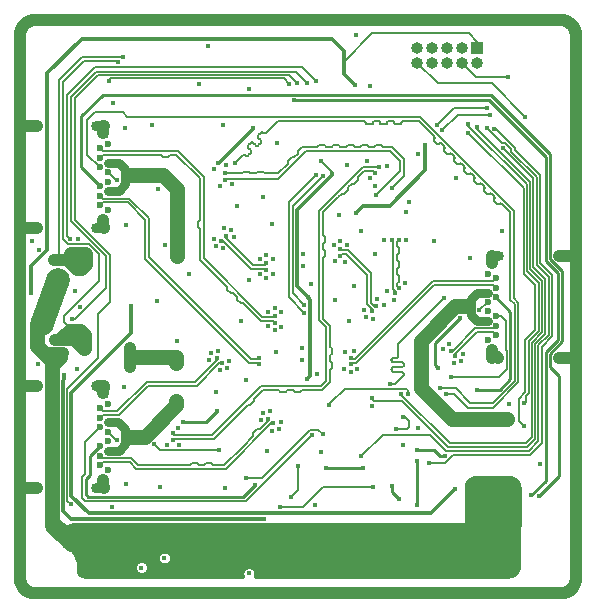
<source format=gbr>
G04 #@! TF.GenerationSoftware,KiCad,Pcbnew,5.1.9-73d0e3b20d~88~ubuntu20.04.1*
G04 #@! TF.CreationDate,2021-01-17T19:34:15+02:00*
G04 #@! TF.ProjectId,USB-TypeC-Switch,5553422d-5479-4706-9543-2d5377697463,rev?*
G04 #@! TF.SameCoordinates,Original*
G04 #@! TF.FileFunction,Copper,L4,Bot*
G04 #@! TF.FilePolarity,Positive*
%FSLAX46Y46*%
G04 Gerber Fmt 4.6, Leading zero omitted, Abs format (unit mm)*
G04 Created by KiCad (PCBNEW 5.1.9-73d0e3b20d~88~ubuntu20.04.1) date 2021-01-17 19:34:15*
%MOMM*%
%LPD*%
G01*
G04 APERTURE LIST*
G04 #@! TA.AperFunction,EtchedComponent*
%ADD10C,0.100000*%
G04 #@! TD*
G04 #@! TA.AperFunction,ComponentPad*
%ADD11O,0.900000X1.500000*%
G04 #@! TD*
G04 #@! TA.AperFunction,ComponentPad*
%ADD12O,1.500000X0.900000*%
G04 #@! TD*
G04 #@! TA.AperFunction,ComponentPad*
%ADD13C,0.600000*%
G04 #@! TD*
G04 #@! TA.AperFunction,ComponentPad*
%ADD14O,1.800000X0.900000*%
G04 #@! TD*
G04 #@! TA.AperFunction,SMDPad,CuDef*
%ADD15C,2.000000*%
G04 #@! TD*
G04 #@! TA.AperFunction,ComponentPad*
%ADD16R,1.000000X1.000000*%
G04 #@! TD*
G04 #@! TA.AperFunction,ComponentPad*
%ADD17O,1.000000X1.000000*%
G04 #@! TD*
G04 #@! TA.AperFunction,ViaPad*
%ADD18C,0.450000*%
G04 #@! TD*
G04 #@! TA.AperFunction,Conductor*
%ADD19C,0.200000*%
G04 #@! TD*
G04 #@! TA.AperFunction,Conductor*
%ADD20C,0.300000*%
G04 #@! TD*
G04 #@! TA.AperFunction,Conductor*
%ADD21C,0.150000*%
G04 #@! TD*
G04 #@! TA.AperFunction,Conductor*
%ADD22C,0.750000*%
G04 #@! TD*
G04 #@! TA.AperFunction,Conductor*
%ADD23C,1.250000*%
G04 #@! TD*
G04 #@! TA.AperFunction,Conductor*
%ADD24C,1.000000*%
G04 #@! TD*
G04 #@! TA.AperFunction,Conductor*
%ADD25C,0.250000*%
G04 #@! TD*
G04 #@! TA.AperFunction,Conductor*
%ADD26C,1.500000*%
G04 #@! TD*
G04 #@! TA.AperFunction,Conductor*
%ADD27C,2.500000*%
G04 #@! TD*
G04 #@! TA.AperFunction,Conductor*
%ADD28C,0.254000*%
G04 #@! TD*
G04 #@! TA.AperFunction,Conductor*
%ADD29C,0.100000*%
G04 #@! TD*
G04 APERTURE END LIST*
D10*
G36*
X33744348Y-108378595D02*
G01*
X32376267Y-112137365D01*
X34255652Y-112821405D01*
X35623733Y-109062635D01*
X33744348Y-108378595D01*
G37*
D11*
X38580000Y-125980000D03*
D12*
X38280000Y-126330000D03*
X38280000Y-117670000D03*
D13*
X38930000Y-121600000D03*
D11*
X38580000Y-118020000D03*
D13*
X38930000Y-120800000D03*
X38930000Y-119200000D03*
X38930000Y-122400000D03*
X38930000Y-123200000D03*
X38930000Y-124800000D03*
X38230000Y-121200000D03*
X38230000Y-120400000D03*
X38230000Y-119600000D03*
X38230000Y-122800000D03*
X38230000Y-123600000D03*
X38230000Y-124400000D03*
D14*
X32380000Y-117670000D03*
X32380000Y-126330000D03*
D11*
X71420000Y-107020000D03*
D12*
X71720000Y-106670000D03*
X71720000Y-115330000D03*
D13*
X71070000Y-111400000D03*
D11*
X71420000Y-114980000D03*
D13*
X71070000Y-112200000D03*
X71070000Y-113800000D03*
X71070000Y-110600000D03*
X71070000Y-109800000D03*
X71070000Y-108200000D03*
X71770000Y-111800000D03*
X71770000Y-112600000D03*
X71770000Y-113400000D03*
X71770000Y-110200000D03*
X71770000Y-109400000D03*
X71770000Y-108600000D03*
D14*
X77620000Y-115330000D03*
X77620000Y-106670000D03*
D11*
X38580000Y-103980000D03*
D12*
X38280000Y-104330000D03*
X38280000Y-95670000D03*
D13*
X38930000Y-99600000D03*
D11*
X38580000Y-96020000D03*
D13*
X38930000Y-98800000D03*
X38930000Y-97200000D03*
X38930000Y-100400000D03*
X38930000Y-101200000D03*
X38930000Y-102800000D03*
X38230000Y-99200000D03*
X38230000Y-98400000D03*
X38230000Y-97600000D03*
X38230000Y-100800000D03*
X38230000Y-101600000D03*
X38230000Y-102400000D03*
D14*
X32380000Y-95670000D03*
X32380000Y-104330000D03*
D15*
X34684040Y-108720615D03*
X33315960Y-112479385D03*
D16*
X70200000Y-89100000D03*
D17*
X70200000Y-90370000D03*
X68930000Y-89100000D03*
X68930000Y-90370000D03*
X67660000Y-89100000D03*
X67660000Y-90370000D03*
X66390000Y-89100000D03*
X66390000Y-90370000D03*
X65120000Y-89100000D03*
X65120000Y-90370000D03*
D18*
X52880000Y-108230000D03*
X51770000Y-106980000D03*
X51770000Y-108220000D03*
X52330000Y-108530000D03*
X52320000Y-106660000D03*
X52880000Y-106970000D03*
X64080000Y-108960000D03*
X68800000Y-115610000D03*
X68960000Y-115010000D03*
X67820000Y-114120000D03*
X67280000Y-114620000D03*
X68190000Y-115790000D03*
X61670000Y-110330000D03*
X60600000Y-111250000D03*
X60780000Y-111850000D03*
X62280000Y-110850000D03*
X61370000Y-112010000D03*
X58990000Y-114870000D03*
X60010000Y-116240000D03*
X59460000Y-116540000D03*
X59750000Y-114740000D03*
X58900000Y-116230000D03*
X58050000Y-105780000D03*
X58120000Y-107100000D03*
X58960000Y-107220000D03*
X58600000Y-105460000D03*
X59160000Y-105770000D03*
X52770000Y-121500000D03*
X52640000Y-119830000D03*
X51880000Y-120600000D03*
X53540000Y-120720000D03*
X53380000Y-121320000D03*
X52040000Y-120010000D03*
X47500000Y-115490000D03*
X49000000Y-116210000D03*
X48260000Y-114720000D03*
X49160000Y-115610000D03*
X47660000Y-114900000D03*
X48390000Y-116390000D03*
X55410000Y-107510000D03*
X55430000Y-106560000D03*
X55320000Y-115500000D03*
X55330000Y-114480000D03*
X53150000Y-114830000D03*
X36150000Y-109634990D03*
X36580000Y-111030000D03*
X33100000Y-106160000D03*
X32470000Y-105460000D03*
X43700000Y-132270000D03*
X56120000Y-109060000D03*
X56600000Y-116660000D03*
X36290000Y-116240000D03*
X72830000Y-119260000D03*
X36370000Y-105299990D03*
X61110000Y-92340000D03*
X59930000Y-88000000D03*
X65150000Y-98070000D03*
X68370000Y-100135010D03*
X39360000Y-93790000D03*
X32990000Y-115880000D03*
X75460000Y-124280000D03*
X46660000Y-92160000D03*
X47370000Y-88900000D03*
X50860000Y-92585000D03*
X48660000Y-106020000D03*
X47880000Y-105250000D03*
X49550000Y-105120000D03*
X48780000Y-104360000D03*
X48060000Y-105860000D03*
X49370000Y-104520000D03*
X53040000Y-111110000D03*
X53050000Y-112980000D03*
X52490000Y-112670000D03*
X53600000Y-112680000D03*
X53600000Y-111420000D03*
X52490000Y-111430000D03*
X62540000Y-109700000D03*
X63140000Y-110450000D03*
X64170000Y-105350000D03*
X62300000Y-105370000D03*
X47890000Y-99360000D03*
X48370000Y-100740000D03*
X49410000Y-100620000D03*
X48940000Y-99030000D03*
X43890000Y-122680000D03*
X44920000Y-122700000D03*
X44860000Y-121280000D03*
X59350000Y-112240000D03*
X66560000Y-105400000D03*
X60330000Y-104560000D03*
X58480000Y-103210000D03*
X61500000Y-106570000D03*
X58100000Y-110440000D03*
X59770000Y-109220000D03*
X45790000Y-108190000D03*
X50850000Y-108770000D03*
X52040000Y-101730000D03*
X49840000Y-102500000D03*
X52780000Y-104010000D03*
X50170000Y-112180000D03*
X43090000Y-110480000D03*
X44760000Y-113890000D03*
X48080000Y-118240000D03*
X50560000Y-117230000D03*
X43290000Y-126250000D03*
X48790000Y-126320000D03*
X42660000Y-95640000D03*
X48630000Y-95590000D03*
X53200000Y-97110000D03*
X60830000Y-98660000D03*
X62510000Y-99050000D03*
X61080000Y-100140000D03*
X59120000Y-99020000D03*
X61520000Y-100760000D03*
X56970000Y-123320000D03*
X52350000Y-123200000D03*
X65160000Y-121300000D03*
X40270000Y-117830000D03*
X40400000Y-126030000D03*
X40400000Y-104120000D03*
X40340000Y-95850000D03*
X43730000Y-105800000D03*
X69540000Y-106840000D03*
X43140000Y-101030000D03*
X64360000Y-102110000D03*
X61290000Y-119420000D03*
X63900000Y-122730000D03*
X72240000Y-104580000D03*
X41750000Y-133080000D03*
X39250000Y-127930020D03*
X50839979Y-133580021D03*
X56470000Y-127790000D03*
X61370000Y-126265000D03*
X53490000Y-127940000D03*
X55820000Y-110180000D03*
X55800503Y-117096485D03*
X35220000Y-116820000D03*
X55010000Y-124450000D03*
X64340844Y-118412220D03*
X57590000Y-119320000D03*
X57900000Y-99790000D03*
X59910000Y-103030000D03*
X32410000Y-109850000D03*
X59790000Y-92190000D03*
X65792845Y-97297157D03*
X56991667Y-98674534D03*
X60820000Y-102440000D03*
X54421794Y-127101794D03*
X52130000Y-128970000D03*
X44980000Y-106200000D03*
X44480000Y-105900000D03*
X44480000Y-106500000D03*
X44980000Y-106800000D03*
X45010000Y-118880000D03*
X44330000Y-118850000D03*
X44350000Y-119460000D03*
X44940000Y-119470000D03*
X40810000Y-114960000D03*
X40810000Y-114400000D03*
X40810000Y-115540000D03*
X40810000Y-116100000D03*
X44440000Y-114990000D03*
X44940000Y-115290000D03*
X44940000Y-115890000D03*
X44440000Y-115590000D03*
X72320000Y-120510000D03*
X71740000Y-120510000D03*
X72880000Y-120510000D03*
X71180000Y-120510000D03*
X62990000Y-126160000D03*
X48240000Y-98830000D03*
X51220000Y-95850000D03*
X54690000Y-93535000D03*
X74750000Y-126940000D03*
X63590000Y-127280000D03*
X49700000Y-98840000D03*
X67050000Y-117910000D03*
X75410000Y-127010000D03*
X65040000Y-124070000D03*
X65040000Y-127790000D03*
X67550000Y-118360000D03*
X45260000Y-120770000D03*
X48110000Y-119850000D03*
X42773200Y-122615659D03*
X48340000Y-123160000D03*
X50640000Y-125480000D03*
X63860000Y-120310000D03*
X63260000Y-121381510D03*
X57080000Y-121750000D03*
X60470000Y-124625000D03*
X57360000Y-124630000D03*
X51331801Y-126091801D03*
X56190000Y-121870000D03*
X68328564Y-115166379D03*
X67921976Y-114759791D03*
X67970000Y-116940000D03*
X70130000Y-118030000D03*
X67430016Y-123635010D03*
X65050000Y-123160000D03*
X59450000Y-115887500D03*
X59450000Y-115312500D03*
X63593294Y-109396706D03*
X63517500Y-105360000D03*
X70341801Y-111308199D03*
X63186706Y-109803294D03*
X62942500Y-105360000D03*
X67360000Y-110250000D03*
X62820000Y-117510000D03*
X68702617Y-111956242D03*
X66850000Y-116200000D03*
X58600000Y-106112500D03*
X61643294Y-110976706D03*
X58600000Y-106687500D03*
X61236706Y-111383294D03*
X74260000Y-94910000D03*
X34650000Y-108050000D03*
X35100000Y-108420000D03*
X34240000Y-108430000D03*
X74110000Y-121080000D03*
X69434656Y-96295344D03*
X70980000Y-95850000D03*
X60380000Y-123659998D03*
X71640521Y-95909479D03*
X66135000Y-124225011D03*
X55550000Y-111500000D03*
X56566667Y-99856095D03*
X55508199Y-110821801D03*
X57140000Y-99900000D03*
X64120000Y-102950000D03*
X72395521Y-97594479D03*
X61250000Y-118740000D03*
X35680000Y-105240000D03*
X56540000Y-91920000D03*
X35832168Y-112065000D03*
X55807752Y-92060481D03*
X70160000Y-95760000D03*
X63760002Y-118419998D03*
X52330000Y-107312500D03*
X48913294Y-104986706D03*
X52330000Y-107887500D03*
X48506706Y-105393294D03*
X51680000Y-115887500D03*
X51680000Y-115312500D03*
X53050000Y-112337500D03*
X53050000Y-111762500D03*
X52903294Y-120883294D03*
X52496706Y-120476706D03*
X48528294Y-115758294D03*
X48121706Y-115351706D03*
X48850000Y-99712500D03*
X62935000Y-100975000D03*
X39652076Y-100291323D03*
X48850000Y-100287500D03*
X61570000Y-101580000D03*
X61884994Y-99200405D03*
X44410000Y-121712500D03*
X61550000Y-99680000D03*
X39651700Y-122291700D03*
X44410000Y-122287500D03*
X38970000Y-91880000D03*
X54256913Y-92116496D03*
X74160000Y-119140000D03*
X69419303Y-95568261D03*
X54920000Y-92039998D03*
X35750000Y-127730004D03*
X34690000Y-107360000D03*
X37030000Y-107540000D03*
X35160000Y-106970000D03*
X34220000Y-106950000D03*
X36950000Y-106370000D03*
X36580000Y-106970000D03*
X40210000Y-89850000D03*
X34700000Y-114000000D03*
X36900000Y-113380000D03*
X36910000Y-113930000D03*
X36900000Y-114530000D03*
X34250000Y-113640000D03*
X35140000Y-113640000D03*
X39764050Y-90255000D03*
X34710000Y-114680000D03*
X35150000Y-115040000D03*
X34250000Y-115040000D03*
X71410000Y-125870000D03*
X70830000Y-125870000D03*
X71970000Y-125870000D03*
X70270000Y-125870000D03*
X66790000Y-95630000D03*
X70970000Y-94180000D03*
X72780000Y-91520000D03*
X67220000Y-96050000D03*
X71230000Y-94740000D03*
X40840000Y-110920000D03*
X68320000Y-126410000D03*
X43250000Y-128470000D03*
D19*
X61370000Y-126265000D02*
X57135024Y-126265000D01*
X57135024Y-126265000D02*
X55440014Y-127960010D01*
X53510010Y-127960010D02*
X53490000Y-127940000D01*
X55440014Y-127960010D02*
X53510010Y-127960010D01*
D20*
X56050001Y-110410001D02*
X56050001Y-116846987D01*
X56050001Y-116846987D02*
X55800503Y-117096485D01*
X55820000Y-110180000D02*
X56050001Y-110410001D01*
X55820000Y-110180000D02*
X54900010Y-109260010D01*
X54900010Y-109260010D02*
X54900010Y-102849990D01*
X57900000Y-99850000D02*
X57900000Y-99790000D01*
X54900010Y-102849990D02*
X57900000Y-99850000D01*
X59910000Y-103030000D02*
X60500000Y-102440000D01*
X61400000Y-102440000D02*
X60500000Y-102440000D01*
X32410000Y-107590002D02*
X33790000Y-106210002D01*
X32410000Y-109850000D02*
X32410000Y-107590002D01*
X33790000Y-106210002D02*
X33790000Y-91250000D01*
X33790000Y-91250000D02*
X36690000Y-88350000D01*
X57870000Y-88350000D02*
X58870000Y-89350000D01*
X36690000Y-88350000D02*
X57870000Y-88350000D01*
X58870000Y-91270000D02*
X59790000Y-92190000D01*
X61400000Y-102440000D02*
X62790002Y-102440000D01*
X62790002Y-102440000D02*
X65792845Y-99437157D01*
X65792845Y-99437157D02*
X65792845Y-97297157D01*
D19*
X70200000Y-89100000D02*
X70200000Y-88610000D01*
X70200000Y-88610000D02*
X69440000Y-87850000D01*
X61290000Y-87850000D02*
X58870000Y-90270000D01*
X69440000Y-87850000D02*
X61290000Y-87850000D01*
D20*
X58870000Y-90270000D02*
X58870000Y-91270000D01*
X58870000Y-89350000D02*
X58870000Y-90270000D01*
D21*
X57900000Y-99582867D02*
X56991667Y-98674534D01*
X57900000Y-99790000D02*
X57900000Y-99582867D01*
D19*
X63543998Y-117959998D02*
X63543995Y-117960001D01*
X58949999Y-117960001D02*
X57814999Y-119095001D01*
X64340844Y-118412220D02*
X64340844Y-118094022D01*
X64340844Y-118094022D02*
X64206820Y-117959998D01*
X63543995Y-117960001D02*
X58949999Y-117960001D01*
X64206820Y-117959998D02*
X63543998Y-117959998D01*
X57814999Y-119095001D02*
X57590000Y-119320000D01*
D20*
X35770030Y-128970010D02*
X52039990Y-128970010D01*
X35070000Y-117288198D02*
X35070000Y-128269980D01*
X35220000Y-117138198D02*
X35070000Y-117288198D01*
X35070000Y-128269980D02*
X35770030Y-128970010D01*
X35220000Y-116820000D02*
X35220000Y-117138198D01*
D19*
X55010000Y-126513588D02*
X54421794Y-127101794D01*
X55010000Y-124450000D02*
X55010000Y-126513588D01*
D20*
X52129990Y-128970010D02*
X52130000Y-128970000D01*
X52039990Y-128970010D02*
X52129990Y-128970010D01*
D22*
X38930000Y-98800000D02*
X39840000Y-98800000D01*
X39816401Y-101200000D02*
X38930000Y-101200000D01*
X40377077Y-100639324D02*
X39816401Y-101200000D01*
X39840000Y-98800000D02*
X40377077Y-99337077D01*
X40377077Y-99867077D02*
X40877077Y-99867077D01*
X40377077Y-99337077D02*
X40377077Y-99867077D01*
X40377077Y-99867077D02*
X40377077Y-100639324D01*
D23*
X44750000Y-101020000D02*
X44750000Y-106740000D01*
X44740000Y-101020000D02*
X43587077Y-99867077D01*
X43587077Y-99867077D02*
X40777077Y-99867077D01*
D22*
X39816402Y-123200000D02*
X38930000Y-123200000D01*
X40376701Y-122639701D02*
X39816402Y-123200000D01*
X39800000Y-120800000D02*
X40376701Y-121376701D01*
X38930000Y-120800000D02*
X39800000Y-120800000D01*
X40376701Y-121376701D02*
X40376701Y-121983299D01*
X40376701Y-121983299D02*
X40376701Y-122639701D01*
X40376701Y-121983299D02*
X40713299Y-121983299D01*
D24*
X40720000Y-121990000D02*
X40713299Y-121983299D01*
D23*
X44700000Y-115220000D02*
X44700000Y-115790000D01*
D24*
X40790000Y-115260000D02*
X40790000Y-114460000D01*
X40790000Y-114460000D02*
X40790000Y-115190000D01*
X40790000Y-115190000D02*
X40790000Y-116100000D01*
D23*
X42020000Y-121990000D02*
X40720000Y-121990000D01*
X44650000Y-119360000D02*
X42020000Y-121990000D01*
X44650000Y-119000000D02*
X44650000Y-119360000D01*
D24*
X44700000Y-115220000D02*
X44520000Y-115220000D01*
D23*
X44700000Y-115220000D02*
X41000000Y-115220000D01*
D22*
X71070000Y-109800000D02*
X70140000Y-109800000D01*
X71070000Y-112200000D02*
X70160000Y-112200000D01*
X69616800Y-110323200D02*
X70140000Y-109800000D01*
X70160000Y-112200000D02*
X69616800Y-111656800D01*
X69616800Y-111656800D02*
X69616800Y-110963200D01*
X69616800Y-110963200D02*
X69616800Y-110323200D01*
X69616800Y-110963200D02*
X68913200Y-110963200D01*
D23*
X69313200Y-110963200D02*
X68706800Y-110963200D01*
X69313200Y-110963200D02*
X68316800Y-110963200D01*
X68316800Y-110963200D02*
X65380000Y-113900000D01*
X65380000Y-113900000D02*
X65380000Y-117660000D01*
X65380000Y-117660000D02*
X65380000Y-117890000D01*
X65380000Y-117890000D02*
X68020000Y-120530000D01*
X68020000Y-120530000D02*
X72740000Y-120530000D01*
D24*
X31556484Y-134447945D02*
X31537588Y-134393945D01*
X31955172Y-134996685D02*
X31911259Y-134960024D01*
X31601427Y-134553096D02*
X31577782Y-134501040D01*
X31495680Y-134227632D02*
X31486730Y-134171123D01*
X32356056Y-135212411D02*
X32302046Y-135193512D01*
X32047731Y-135063933D02*
X32000694Y-135031346D01*
X31627416Y-134604104D02*
X31601427Y-134553096D01*
X32522359Y-135254317D02*
X32466314Y-135242841D01*
X32410853Y-135228866D02*
X32356056Y-135212411D01*
X31686080Y-134702288D02*
X31655642Y-134653847D01*
X31486730Y-134171123D02*
X31480324Y-134114269D01*
X31789975Y-134838740D02*
X31753318Y-134794832D01*
X31537588Y-134393945D02*
X31521132Y-134339144D01*
X32466314Y-135242841D02*
X32410853Y-135228866D01*
X32248992Y-135172230D02*
X32196865Y-135148552D01*
X31753318Y-134794832D02*
X31718654Y-134749306D01*
X31480324Y-134114269D02*
X31476475Y-134057194D01*
X31911259Y-134960024D02*
X31789975Y-134838740D01*
X32578872Y-135263268D02*
X32522359Y-135254317D01*
X32758120Y-135274990D02*
X32692809Y-135273524D01*
X32073302Y-135080000D02*
X32047731Y-135063933D01*
X32302046Y-135193512D02*
X32248992Y-135172230D01*
X32692809Y-135273524D02*
X32635730Y-135269675D01*
X31655642Y-134653847D02*
X31627416Y-134604104D01*
X31718654Y-134749306D02*
X31686080Y-134702288D01*
X31577782Y-134501040D02*
X31556484Y-134447945D01*
X32000694Y-135031346D02*
X31955172Y-134996685D01*
X31521132Y-134339144D02*
X31507157Y-134283683D01*
X32196865Y-135148552D02*
X32145889Y-135122579D01*
X32635730Y-135269675D02*
X32578872Y-135263268D01*
X31507157Y-134283683D02*
X31495680Y-134227632D01*
X32900000Y-117670000D02*
X32380000Y-117670000D01*
X32900000Y-126330000D02*
X32380000Y-126330000D01*
X32380000Y-104330000D02*
X32890000Y-104330000D01*
X32380000Y-95670000D02*
X32890000Y-95670000D01*
X77620000Y-115330000D02*
X77100000Y-115330000D01*
X77620000Y-106670000D02*
X77100000Y-106670000D01*
X32380000Y-95670000D02*
X31475010Y-95670000D01*
X31475010Y-95670000D02*
X31475010Y-88008105D01*
X31480324Y-87885729D02*
X31486731Y-87828871D01*
X31476475Y-87942808D02*
X31480324Y-87885729D01*
X31475010Y-88008105D02*
X31476475Y-87942808D01*
X31495682Y-87772358D02*
X31507158Y-87716313D01*
X31486731Y-87828871D02*
X31495682Y-87772358D01*
X31521133Y-87660852D02*
X31537588Y-87606055D01*
X31507158Y-87716313D02*
X31521133Y-87660852D01*
X31577771Y-87498984D02*
X31601437Y-87446882D01*
X31556487Y-87552045D02*
X31577771Y-87498984D01*
X31537588Y-87606055D02*
X31556487Y-87552045D01*
X31627413Y-87395900D02*
X31655643Y-87346150D01*
X31601437Y-87446882D02*
X31627413Y-87395900D01*
X31686076Y-87297717D02*
X31718663Y-87250681D01*
X31655643Y-87346150D02*
X31686076Y-87297717D01*
X31718663Y-87250681D02*
X31753321Y-87205162D01*
X31753321Y-87205162D02*
X31789969Y-87161265D01*
X31860000Y-87091234D02*
X31860000Y-87087602D01*
X31789969Y-87161265D02*
X31860000Y-87091234D01*
X31860000Y-87087602D02*
X31869020Y-87078582D01*
X31955170Y-87003315D02*
X32000691Y-86968655D01*
X31911264Y-87039970D02*
X31955170Y-87003315D01*
X31869020Y-87078582D02*
X31911264Y-87039970D01*
X32000691Y-86968655D02*
X32047734Y-86936064D01*
X32145890Y-86877418D02*
X32196880Y-86851438D01*
X32096155Y-86905639D02*
X32145890Y-86877418D01*
X32047734Y-86936064D02*
X32096155Y-86905639D01*
X32248983Y-86827771D02*
X32302048Y-86806485D01*
X32196880Y-86851438D02*
X32248983Y-86827771D01*
X32302048Y-86806485D02*
X32356079Y-86787579D01*
X32410847Y-86771133D02*
X32466315Y-86757156D01*
X32356079Y-86787579D02*
X32410847Y-86771133D01*
X32522363Y-86745679D02*
X32578865Y-86736730D01*
X32466315Y-86757156D02*
X32522363Y-86745679D01*
X32578865Y-86736730D02*
X32635757Y-86730320D01*
X32635757Y-86730320D02*
X32692822Y-86726473D01*
X46073527Y-86726473D02*
X46074990Y-86725010D01*
X32692822Y-86726473D02*
X46073527Y-86726473D01*
X46074990Y-86725010D02*
X77241894Y-86725010D01*
X77307191Y-86726475D02*
X77364270Y-86730324D01*
X77241894Y-86725010D02*
X77307191Y-86726475D01*
X77421128Y-86736731D02*
X77477641Y-86745682D01*
X77364270Y-86730324D02*
X77421128Y-86736731D01*
X77533686Y-86757158D02*
X77589147Y-86771133D01*
X77477641Y-86745682D02*
X77533686Y-86757158D01*
X77643944Y-86787588D02*
X77697954Y-86806487D01*
X77589147Y-86771133D02*
X77643944Y-86787588D01*
X77751008Y-86827769D02*
X77803135Y-86851447D01*
X77697954Y-86806487D02*
X77751008Y-86827769D01*
X77803135Y-86851447D02*
X77854110Y-86877419D01*
X77903845Y-86905640D02*
X77952276Y-86936071D01*
X77854110Y-86877419D02*
X77903845Y-86905640D01*
X77952276Y-86936071D02*
X77999306Y-86968654D01*
X78088729Y-87039964D02*
X78130980Y-87078583D01*
X78064816Y-87020000D02*
X78088729Y-87039964D01*
X78130980Y-87078583D02*
X78171417Y-87119020D01*
X78171417Y-87119020D02*
X78210029Y-87161264D01*
X78246684Y-87205170D02*
X78281344Y-87250691D01*
X78210029Y-87161264D02*
X78246684Y-87205170D01*
X78281344Y-87250691D02*
X78313935Y-87297734D01*
X78344360Y-87346155D02*
X78372581Y-87395890D01*
X78313935Y-87297734D02*
X78344360Y-87346155D01*
X78372581Y-87395890D02*
X78398568Y-87446894D01*
X78422226Y-87498979D02*
X78443516Y-87552054D01*
X78398568Y-87446894D02*
X78422226Y-87498979D01*
X78478864Y-87660842D02*
X78492846Y-87716329D01*
X78462417Y-87606068D02*
X78478864Y-87660842D01*
X78443516Y-87552054D02*
X78462417Y-87606068D01*
X78492846Y-87716329D02*
X78504322Y-87772380D01*
X78513270Y-87828877D02*
X78519676Y-87885732D01*
X78504322Y-87772380D02*
X78513270Y-87828877D01*
X78519676Y-87885732D02*
X78523526Y-87942829D01*
X78524990Y-124114990D02*
X78524990Y-133991880D01*
X78519675Y-134114270D02*
X78513268Y-134171128D01*
X78523524Y-134057191D02*
X78519675Y-134114270D01*
X78524990Y-133991880D02*
X78523524Y-134057191D01*
X78504317Y-134227641D02*
X78492841Y-134283686D01*
X78513268Y-134171128D02*
X78504317Y-134227641D01*
X78462411Y-134393944D02*
X78443512Y-134447954D01*
X78478866Y-134339147D02*
X78462411Y-134393944D01*
X78492841Y-134283686D02*
X78478866Y-134339147D01*
X78398552Y-134553135D02*
X78372579Y-134604111D01*
X78422230Y-134501008D02*
X78398552Y-134553135D01*
X78443512Y-134447954D02*
X78422230Y-134501008D01*
X31476474Y-98446474D02*
X31475010Y-98445010D01*
X31476474Y-98796474D02*
X31476474Y-98446474D01*
X31475010Y-98795010D02*
X31476474Y-98796474D01*
X31475010Y-95670000D02*
X31475010Y-98795010D01*
X31610000Y-104330000D02*
X31476474Y-104463526D01*
X32380000Y-104330000D02*
X31610000Y-104330000D01*
X31476474Y-104463526D02*
X31476474Y-98796474D01*
X31600000Y-117670000D02*
X31476474Y-117546474D01*
X32380000Y-117670000D02*
X31600000Y-117670000D01*
X31476474Y-117546474D02*
X31476474Y-104463526D01*
X31730000Y-126330000D02*
X31476474Y-126583526D01*
X32380000Y-126330000D02*
X31730000Y-126330000D01*
X31476474Y-126583526D02*
X31476474Y-117546474D01*
X31476474Y-134057194D02*
X31476474Y-126583526D01*
X78300000Y-115330000D02*
X78523526Y-115106474D01*
X77620000Y-115330000D02*
X78300000Y-115330000D01*
X78523526Y-115106474D02*
X78523526Y-124113526D01*
X78350000Y-106670000D02*
X78523526Y-106843526D01*
X77620000Y-106670000D02*
X78350000Y-106670000D01*
X78523526Y-106843526D02*
X78523526Y-115106474D01*
X78523526Y-87942829D02*
X78523526Y-106843526D01*
X38080000Y-117670000D02*
X38580000Y-117670000D01*
X38529999Y-117895999D02*
X38529999Y-118320000D01*
X38580000Y-117845998D02*
X38529999Y-117895999D01*
X38580000Y-117670000D02*
X38580000Y-117845998D01*
X38529990Y-104234928D02*
X38529990Y-103680000D01*
X38580000Y-104284938D02*
X38529990Y-104234928D01*
X38580000Y-104330000D02*
X38580000Y-104284938D01*
X38529999Y-95720001D02*
X38529999Y-96320000D01*
X38580000Y-95670000D02*
X38529999Y-95720001D01*
X38529990Y-126234928D02*
X38529990Y-125680000D01*
X38580000Y-126284938D02*
X38529990Y-126234928D01*
X38580000Y-126330000D02*
X38580000Y-126284938D01*
X71400000Y-115330000D02*
X71420000Y-115330000D01*
X71470001Y-115259999D02*
X71400000Y-115330000D01*
X71470001Y-114880001D02*
X71470001Y-115259999D01*
X71920000Y-115330000D02*
X71470001Y-114880001D01*
X71470001Y-115104001D02*
X71470001Y-114680000D01*
X71420000Y-115154002D02*
X71470001Y-115104001D01*
X71420000Y-115330000D02*
X71420000Y-115154002D01*
X71470010Y-106765072D02*
X71470010Y-107320000D01*
X71420000Y-106715062D02*
X71470010Y-106765072D01*
X71420000Y-106670000D02*
X71420000Y-106715062D01*
X77533683Y-135242843D02*
X77477632Y-135254320D01*
X78281346Y-134749306D02*
X78246685Y-134794828D01*
X78088740Y-134960025D02*
X78044832Y-134996682D01*
X77307194Y-135273525D02*
X40866142Y-135273525D01*
X77952288Y-135063920D02*
X77903847Y-135094358D01*
X77364269Y-135269676D02*
X77307194Y-135273525D01*
X78210024Y-134838741D02*
X78088740Y-134960025D01*
X78330000Y-134676698D02*
X78313933Y-134702269D01*
X77589144Y-135228868D02*
X77533683Y-135242843D01*
X77421123Y-135263270D02*
X77364269Y-135269676D01*
X78246685Y-134794828D02*
X78210024Y-134838741D01*
X77803096Y-135148573D02*
X77751040Y-135172218D01*
X77999306Y-135031346D02*
X77952288Y-135063920D01*
X77751040Y-135172218D02*
X77697945Y-135193516D01*
X77477632Y-135254320D02*
X77421123Y-135263270D01*
X78044832Y-134996682D02*
X77999306Y-135031346D01*
X77903847Y-135094358D02*
X77854104Y-135122584D01*
X78313933Y-134702269D02*
X78281346Y-134749306D01*
X77854104Y-135122584D02*
X77803096Y-135148573D01*
X77697945Y-135193516D02*
X77643945Y-135212412D01*
X77643945Y-135212412D02*
X77589144Y-135228868D01*
X40526475Y-135273525D02*
X40522950Y-135270000D01*
X40866142Y-135273525D02*
X40526475Y-135273525D01*
X40522950Y-135270000D02*
X32540000Y-135270000D01*
D25*
X48240000Y-98830000D02*
X51220000Y-95850000D01*
X76994990Y-113784666D02*
X75974981Y-114804675D01*
X75974981Y-125715019D02*
X74750000Y-126940000D01*
X54690000Y-93535000D02*
X71185000Y-93535000D01*
X71185000Y-93535000D02*
X75974980Y-98324980D01*
X75974980Y-98324980D02*
X75974980Y-107135998D01*
X75974980Y-107135998D02*
X76994990Y-108156008D01*
X76994990Y-108156008D02*
X76994990Y-113784666D01*
X75974981Y-114804675D02*
X75974981Y-125715019D01*
X62990000Y-126160000D02*
X62990000Y-126680000D01*
X62990000Y-126680000D02*
X63590000Y-127280000D01*
D19*
X50359221Y-98180782D02*
X49700000Y-98840000D01*
X50385483Y-98159840D02*
X50359221Y-98180782D01*
X50415745Y-98145267D02*
X50385483Y-98159840D01*
X50514829Y-98145266D02*
X50482081Y-98137793D01*
X50545091Y-98159841D02*
X50514829Y-98145266D01*
X50597615Y-98201724D02*
X50545091Y-98159841D01*
X50627877Y-98216299D02*
X50597615Y-98201724D01*
X50660625Y-98223772D02*
X50627877Y-98216299D01*
X50694213Y-98223773D02*
X50660625Y-98223772D01*
X50726961Y-98216298D02*
X50694213Y-98223773D01*
X50757223Y-98201725D02*
X50726961Y-98216298D01*
X50995616Y-97968650D02*
X50783485Y-98180782D01*
X51016558Y-97942388D02*
X50995616Y-97968650D01*
X51031133Y-97912124D02*
X51016558Y-97942388D01*
X51038607Y-97845788D02*
X51038606Y-97879378D01*
X51031132Y-97813042D02*
X51038607Y-97845788D01*
X50995616Y-97756518D02*
X51016559Y-97782778D01*
X50783481Y-97544384D02*
X50995616Y-97756518D01*
X50762539Y-97518122D02*
X50783481Y-97544384D01*
X50747965Y-97487859D02*
X50762539Y-97518122D01*
X50740491Y-97421523D02*
X50740491Y-97455112D01*
X50747965Y-97388776D02*
X50740491Y-97421523D01*
X50762539Y-97358513D02*
X50747965Y-97388776D01*
X50783481Y-97332252D02*
X50762539Y-97358513D01*
X51052139Y-97084604D02*
X51021876Y-97099178D01*
X51084886Y-97077130D02*
X51052139Y-97084604D01*
X51118475Y-97077130D02*
X51084886Y-97077130D01*
X51181485Y-97099178D02*
X51151222Y-97084604D01*
X51207746Y-97120120D02*
X51181485Y-97099178D01*
X51419880Y-97332255D02*
X51207746Y-97120120D01*
X51509152Y-97375245D02*
X51476404Y-97367772D01*
X51575488Y-97367771D02*
X51542740Y-97375246D01*
X51605750Y-97353198D02*
X51575488Y-97367771D01*
X51632012Y-97332255D02*
X51605750Y-97353198D01*
X51844143Y-97120123D02*
X51632012Y-97332255D01*
X51887133Y-97030851D02*
X51879660Y-97063597D01*
X51887134Y-96997261D02*
X51887133Y-97030851D01*
X50995614Y-97120120D02*
X50783481Y-97332252D01*
X51844143Y-96907991D02*
X51865086Y-96934251D01*
X51596492Y-96639332D02*
X51611066Y-96669595D01*
X51589018Y-96606585D02*
X51596492Y-96639332D01*
X51589018Y-96572996D02*
X51589018Y-96606585D01*
X51596492Y-96540249D02*
X51589018Y-96572996D01*
X51611066Y-96509986D02*
X51596492Y-96540249D01*
X51632008Y-96483725D02*
X51611066Y-96509986D01*
X51844141Y-96271593D02*
X51632008Y-96483725D01*
X51870403Y-96250650D02*
X51844141Y-96271593D01*
X51967002Y-96228602D02*
X51933413Y-96228602D01*
X52082536Y-96292535D02*
X52030012Y-96250650D01*
X52112799Y-96307109D02*
X52082536Y-96292535D01*
X52268407Y-96271593D02*
X52242145Y-96292535D01*
X53274990Y-95265010D02*
X52268407Y-96271593D01*
X60660072Y-95279865D02*
X60628368Y-95268771D01*
X60741229Y-95381632D02*
X60730135Y-95349928D01*
X60748750Y-95448389D02*
X60741229Y-95381632D01*
X60759844Y-95480093D02*
X60748750Y-95448389D01*
X60801466Y-95532285D02*
X60777715Y-95508534D01*
X60829907Y-95550156D02*
X60801466Y-95532285D01*
X60861611Y-95561250D02*
X60829907Y-95550156D01*
X60894990Y-95565010D02*
X60861611Y-95561250D01*
X61260072Y-95550156D02*
X61228368Y-95561250D01*
X60688513Y-95297736D02*
X60660072Y-95279865D01*
X61341229Y-95448389D02*
X61330135Y-95480093D01*
X60712264Y-95321487D02*
X60688513Y-95297736D01*
X61348750Y-95381632D02*
X61341229Y-95448389D01*
X60730135Y-95349928D02*
X60712264Y-95321487D01*
X61359844Y-95349928D02*
X61348750Y-95381632D01*
X61377715Y-95321487D02*
X61359844Y-95349928D01*
X61429907Y-95279865D02*
X61401466Y-95297736D01*
X61461611Y-95268771D02*
X61429907Y-95279865D01*
X61494990Y-95265010D02*
X61461611Y-95268771D01*
X51476404Y-97367772D02*
X51446142Y-97353197D01*
X61794990Y-95265010D02*
X61494990Y-95265010D01*
X61828368Y-95268771D02*
X61794990Y-95265010D01*
X61860072Y-95279865D02*
X61828368Y-95268771D01*
X61888513Y-95297736D02*
X61860072Y-95279865D01*
X61912264Y-95321487D02*
X61888513Y-95297736D01*
X51879659Y-96964515D02*
X51887134Y-96997261D01*
X61930135Y-95349928D02*
X61912264Y-95321487D01*
X61941229Y-95381632D02*
X61930135Y-95349928D01*
X50740491Y-97455112D02*
X50747965Y-97487859D01*
X61948750Y-95448389D02*
X61941229Y-95381632D01*
X61959844Y-95480093D02*
X61948750Y-95448389D01*
X51021876Y-97099178D02*
X50995614Y-97120120D01*
X62001466Y-95532285D02*
X61977715Y-95508534D01*
X70786014Y-100990944D02*
X70800589Y-100960682D01*
X69025025Y-99443010D02*
X69025024Y-99409420D01*
X68240427Y-98445357D02*
X68255002Y-98415095D01*
X69047073Y-99506020D02*
X69032498Y-99475756D01*
X61228368Y-95561250D02*
X61194990Y-95565010D01*
X70496417Y-100557425D02*
X70463671Y-100549952D01*
X60594990Y-95265010D02*
X53274990Y-95265010D01*
X61288513Y-95532285D02*
X61260072Y-95550156D01*
X69068014Y-99532280D02*
X69047073Y-99506020D01*
X69403009Y-99787404D02*
X69369419Y-99787403D01*
X63748750Y-95381632D02*
X63741229Y-95448389D01*
X68799359Y-98860367D02*
X68766613Y-98852894D01*
X69466019Y-99765356D02*
X69435755Y-99779929D01*
X69492281Y-99744414D02*
X69466019Y-99765356D01*
X51016559Y-97782778D02*
X51031132Y-97813042D01*
X70800589Y-100960682D02*
X70808062Y-100927934D01*
X69518542Y-99723470D02*
X69492281Y-99744414D01*
X69548806Y-99708897D02*
X69518542Y-99723470D01*
X69916544Y-99956545D02*
X69704413Y-99744413D01*
X70340810Y-100592943D02*
X70314548Y-100613885D01*
X51611066Y-96669595D02*
X51632008Y-96695857D01*
X51900666Y-96236076D02*
X51870403Y-96250650D01*
X70526681Y-100572000D02*
X70496417Y-100557425D01*
X69959534Y-100045817D02*
X69952059Y-100013069D01*
X60628368Y-95268771D02*
X60594990Y-95265010D01*
X69952060Y-100112153D02*
X69959533Y-100079405D01*
X68198543Y-98497881D02*
X68240427Y-98445357D01*
X69881028Y-100225203D02*
X69895601Y-100194939D01*
X71570611Y-101955007D02*
X71578086Y-101922261D01*
X71278610Y-101398480D02*
X71245864Y-101405955D01*
X69873553Y-100257949D02*
X69881028Y-100225203D01*
X69873554Y-100291539D02*
X69873553Y-100257949D01*
X52211882Y-96307109D02*
X52179135Y-96314583D01*
X62601466Y-95297736D02*
X62577715Y-95321487D01*
X71100067Y-101484462D02*
X71066477Y-101484461D01*
X70154938Y-100613884D02*
X70128676Y-100592942D01*
X67003219Y-97163310D02*
X66972955Y-97177883D01*
X70251538Y-100635933D02*
X70217948Y-100635932D01*
X51865085Y-97093861D02*
X51844143Y-97120123D01*
X70284284Y-100628458D02*
X70251538Y-100635933D01*
X70397335Y-100557426D02*
X70367071Y-100571999D01*
X63112264Y-95321487D02*
X63088513Y-95297736D01*
X69280147Y-99744413D02*
X69068014Y-99532280D01*
X70765073Y-100805074D02*
X70552942Y-100592942D01*
X69032498Y-99475756D02*
X69025025Y-99443010D01*
X66565418Y-96651701D02*
X66557943Y-96618953D01*
X69111005Y-99197288D02*
X69103530Y-99164540D01*
X69937486Y-99982807D02*
X69916544Y-99956545D01*
X70808063Y-100894346D02*
X70800588Y-100861598D01*
X61401466Y-95297736D02*
X61377715Y-95321487D01*
X69937485Y-100142415D02*
X69952060Y-100112153D01*
X51632008Y-96695857D02*
X51844143Y-96907991D01*
X71825734Y-102290000D02*
X71613601Y-102077867D01*
X71312200Y-101398481D02*
X71278610Y-101398480D01*
X62029907Y-95550156D02*
X62001466Y-95532285D01*
X68389604Y-117910000D02*
X69589604Y-119110000D01*
X71570612Y-101988597D02*
X71570611Y-101955007D01*
X71163077Y-101462414D02*
X71132813Y-101476987D01*
X71882260Y-102325517D02*
X71851996Y-102310942D01*
X69336673Y-99779930D02*
X69306409Y-99765355D01*
X66920432Y-97219769D02*
X66890168Y-97234342D01*
X63201466Y-95532285D02*
X63177715Y-95508534D01*
X70800588Y-100861598D02*
X70786015Y-100831336D01*
X68829623Y-98874942D02*
X68799359Y-98860367D01*
X66486911Y-96930169D02*
X66479438Y-96897423D01*
X52179135Y-96314583D02*
X52145546Y-96314583D01*
X62512264Y-95508534D02*
X62488513Y-95532285D01*
X72011606Y-102310943D02*
X71981342Y-102325516D01*
X68262475Y-98382347D02*
X68262476Y-98348759D01*
X72064129Y-102269057D02*
X72037868Y-102290001D01*
X51151222Y-97084604D02*
X51118475Y-97077130D01*
X71649117Y-101710127D02*
X71634544Y-101679865D01*
X66857422Y-97241817D02*
X66823832Y-97241816D01*
X71851996Y-102310942D02*
X71825734Y-102290000D01*
X71375210Y-101420529D02*
X71344946Y-101405954D01*
X51446142Y-97353197D02*
X51419880Y-97332255D01*
X66479438Y-96897423D02*
X66479437Y-96863833D01*
X70744130Y-101043468D02*
X70786014Y-100990944D01*
X70185202Y-100628459D02*
X70154938Y-100613884D01*
X66557944Y-96718037D02*
X66565417Y-96685289D01*
X69895601Y-100194939D02*
X69937485Y-100142415D01*
X68587226Y-98931400D02*
X68554480Y-98938875D01*
X50783485Y-98180782D02*
X50757223Y-98201725D01*
X70430081Y-100549951D02*
X70397335Y-100557426D01*
X68855884Y-98895884D02*
X68829623Y-98874942D01*
X72037868Y-102290001D02*
X72011606Y-102310943D01*
X67327967Y-97745952D02*
X67327966Y-97712362D01*
X67370957Y-97410958D02*
X67158826Y-97198826D01*
X66479437Y-96863833D02*
X66486912Y-96831087D01*
X71578086Y-101922261D02*
X71592659Y-101891997D01*
X71981342Y-102325516D02*
X71948596Y-102332991D01*
X71132813Y-101476987D02*
X71100067Y-101484462D01*
X70808062Y-100927934D02*
X70808063Y-100894346D01*
X68183970Y-98528145D02*
X68198543Y-98497881D01*
X67821484Y-98026412D02*
X67795223Y-98047356D01*
X62629907Y-95279865D02*
X62601466Y-95297736D01*
X69088956Y-99293886D02*
X69103531Y-99263624D01*
X68431618Y-98895884D02*
X68219485Y-98683751D01*
X63177715Y-95508534D02*
X63159844Y-95480093D01*
X52030012Y-96250650D02*
X51999749Y-96236076D01*
X71613601Y-102077867D02*
X71592660Y-102051607D01*
X68670013Y-98874941D02*
X68643752Y-98895885D01*
X69581552Y-99701422D02*
X69548806Y-99708897D01*
X61312264Y-95508534D02*
X61288513Y-95532285D01*
X63229907Y-95550156D02*
X63201466Y-95532285D01*
X71215600Y-101420528D02*
X71189339Y-101441472D01*
X70729556Y-101172814D02*
X70722083Y-101140068D01*
X51879660Y-97063597D02*
X51865085Y-97093861D01*
X71401471Y-101441471D02*
X71375210Y-101420529D01*
X71479976Y-119110000D02*
X73345028Y-117244948D01*
X62094990Y-95565010D02*
X62061611Y-95561250D01*
X66486912Y-96831087D02*
X66501485Y-96800823D01*
X73345028Y-117244948D02*
X73345028Y-110795028D01*
X70314548Y-100613885D02*
X70284284Y-100628458D01*
X69704413Y-99744413D02*
X69678152Y-99723471D01*
X72980000Y-110430000D02*
X72980000Y-103020000D01*
X69678152Y-99723471D02*
X69647888Y-99708896D01*
X71189339Y-101441472D02*
X71163077Y-101462414D01*
X70786015Y-100831336D02*
X70765073Y-100805074D01*
X71915006Y-102332990D02*
X71882260Y-102325517D01*
X67327966Y-97712362D02*
X67335441Y-97679616D01*
X51542740Y-97375246D02*
X51509152Y-97375245D01*
X66501485Y-96800823D02*
X66543369Y-96748299D01*
X67738697Y-98082871D02*
X67705951Y-98090346D01*
X69647888Y-99708896D02*
X69615142Y-99701423D01*
X71344946Y-101405954D02*
X71312200Y-101398481D01*
X71578085Y-102021343D02*
X71570612Y-101988597D01*
X71592659Y-101891997D02*
X71634543Y-101839473D01*
X69088957Y-99134278D02*
X69068015Y-99108016D01*
X51038606Y-97879378D02*
X51031133Y-97912124D01*
X70552942Y-100592942D02*
X70526681Y-100572000D01*
X61194990Y-95565010D02*
X60894990Y-95565010D01*
X69103530Y-99164540D02*
X69088957Y-99134278D01*
X62548750Y-95381632D02*
X62541229Y-95448389D01*
X70367071Y-100571999D02*
X70340810Y-100592943D01*
X50482081Y-98137793D02*
X50448493Y-98137792D01*
X67132565Y-97177884D02*
X67102301Y-97163309D01*
X72193475Y-102254483D02*
X72160729Y-102247010D01*
X69916543Y-100380809D02*
X69895602Y-100354549D01*
X62994990Y-95265010D02*
X62694990Y-95265010D01*
X72127139Y-102247009D02*
X72094393Y-102254484D01*
X63294990Y-95565010D02*
X63261611Y-95561250D01*
X71649118Y-101809211D02*
X71656591Y-101776463D01*
X69047072Y-99346410D02*
X69088956Y-99293886D01*
X69068015Y-99108016D02*
X68855884Y-98895884D01*
X69435755Y-99779929D02*
X69403009Y-99787404D01*
X63759844Y-95349928D02*
X63748750Y-95381632D01*
X66543370Y-96588691D02*
X66522428Y-96562429D01*
X71613602Y-101653603D02*
X71401471Y-101441471D01*
X71033731Y-101476988D02*
X71003467Y-101462413D01*
X68554480Y-98938875D02*
X68520890Y-98938874D01*
X70729557Y-101073732D02*
X70744130Y-101043468D01*
X69111004Y-99230876D02*
X69111005Y-99197288D01*
X71948596Y-102332991D02*
X71915006Y-102332990D01*
X66760822Y-97219768D02*
X66734560Y-97198826D01*
X63829907Y-95279865D02*
X63801466Y-95297736D01*
X63261611Y-95561250D02*
X63229907Y-95550156D01*
X71003467Y-101462413D02*
X70977205Y-101441471D01*
X69959533Y-100079405D02*
X69959534Y-100045817D01*
X70977205Y-101441471D02*
X70765072Y-101229338D01*
X69369419Y-99787403D02*
X69336673Y-99779930D01*
X70128676Y-100592942D02*
X69916543Y-100380809D01*
X71656592Y-101742875D02*
X71649117Y-101710127D01*
X71634544Y-101679865D02*
X71613602Y-101653603D01*
X67918084Y-98004365D02*
X67884494Y-98004364D01*
X72223739Y-102269058D02*
X72193475Y-102254483D01*
X63130135Y-95349928D02*
X63112264Y-95321487D01*
X70765072Y-101229338D02*
X70744131Y-101203078D01*
X72250000Y-102290000D02*
X72223739Y-102269058D01*
X70722082Y-101106478D02*
X70729557Y-101073732D01*
X67050000Y-117910000D02*
X68389604Y-117910000D01*
X68766613Y-98852894D02*
X68733023Y-98852893D01*
X63159844Y-95480093D02*
X63148750Y-95448389D01*
X72980000Y-103020000D02*
X72250000Y-102290000D01*
X68733023Y-98852893D02*
X68700277Y-98860368D01*
X66972955Y-97177883D02*
X66946694Y-97198827D01*
X66946694Y-97198827D02*
X66920432Y-97219769D01*
X62488513Y-95532285D02*
X62460072Y-95550156D01*
X68700277Y-98860368D02*
X68670013Y-98874941D01*
X51999749Y-96236076D02*
X51967002Y-96228602D01*
X71656591Y-101776463D02*
X71656592Y-101742875D01*
X63801466Y-95297736D02*
X63777715Y-95321487D01*
X68617490Y-98916827D02*
X68587226Y-98931400D01*
X68219485Y-98683751D02*
X68198544Y-98657491D01*
X68520890Y-98938874D02*
X68488144Y-98931401D01*
X68488144Y-98931401D02*
X68457880Y-98916826D01*
X67950830Y-98011838D02*
X67918084Y-98004365D01*
X67413947Y-97500230D02*
X67406472Y-97467482D01*
X68198544Y-98657491D02*
X68183969Y-98627227D01*
X67391899Y-97437220D02*
X67370957Y-97410958D01*
X66791086Y-97234343D02*
X66760822Y-97219768D01*
X68176496Y-98594481D02*
X68176495Y-98560891D01*
X68176495Y-98560891D02*
X68183970Y-98528145D01*
X68255002Y-98415095D02*
X68262475Y-98382347D01*
X62541229Y-95448389D02*
X62530135Y-95480093D01*
X68262476Y-98348759D02*
X68255001Y-98316011D01*
X67981094Y-98026413D02*
X67950830Y-98011838D01*
X68255001Y-98316011D02*
X68240428Y-98285749D01*
X68240428Y-98285749D02*
X68219486Y-98259487D01*
X51933413Y-96228602D02*
X51900666Y-96236076D01*
X68219486Y-98259487D02*
X68007355Y-98047355D01*
X68007355Y-98047355D02*
X67981094Y-98026413D01*
X63894990Y-95265010D02*
X63861611Y-95268771D01*
X67851748Y-98011839D02*
X67821484Y-98026412D01*
X69952059Y-100013069D02*
X69937486Y-99982807D01*
X69306409Y-99765355D02*
X69280147Y-99744413D01*
X67795223Y-98047356D02*
X67768961Y-98068298D01*
X67768961Y-98068298D02*
X67738697Y-98082871D01*
X51865086Y-96934251D02*
X51879659Y-96964515D01*
X67705951Y-98090346D02*
X67672361Y-98090345D01*
X70744131Y-101203078D02*
X70729556Y-101172814D01*
X67672361Y-98090345D02*
X67639615Y-98082872D01*
X67639615Y-98082872D02*
X67609351Y-98068297D01*
X67609351Y-98068297D02*
X67583089Y-98047355D01*
X63730135Y-95480093D02*
X63712264Y-95508534D01*
X69589604Y-119110000D02*
X71479976Y-119110000D01*
X67370956Y-97835222D02*
X67350015Y-97808962D01*
X67335440Y-97778698D02*
X67327967Y-97745952D01*
X71592660Y-102051607D02*
X71578085Y-102021343D01*
X67335441Y-97679616D02*
X67350014Y-97649352D01*
X69032499Y-99376674D02*
X69047072Y-99346410D01*
X71634543Y-101839473D02*
X71649118Y-101809211D01*
X68183969Y-98627227D02*
X68176496Y-98594481D01*
X62577715Y-95321487D02*
X62559844Y-95349928D01*
X69881027Y-100324285D02*
X69873554Y-100291539D01*
X67350014Y-97649352D02*
X67391898Y-97596828D01*
X63594990Y-95565010D02*
X63294990Y-95565010D01*
X67350015Y-97808962D02*
X67335440Y-97778698D01*
X67413946Y-97533818D02*
X67413947Y-97500230D01*
X60777715Y-95508534D02*
X60759844Y-95480093D01*
X61977715Y-95508534D02*
X61959844Y-95480093D01*
X67406472Y-97467482D02*
X67391899Y-97437220D01*
X68643752Y-98895885D02*
X68617490Y-98916827D01*
X67158826Y-97198826D02*
X67132565Y-97177884D01*
X50448493Y-98137792D02*
X50415745Y-98145267D01*
X67102301Y-97163309D02*
X67069555Y-97155836D01*
X67583089Y-98047355D02*
X67370956Y-97835222D01*
X67069555Y-97155836D02*
X67035965Y-97155835D01*
X67035965Y-97155835D02*
X67003219Y-97163310D01*
X66890168Y-97234342D02*
X66857422Y-97241817D01*
X66823832Y-97241816D02*
X66791086Y-97234343D01*
X66522427Y-96986693D02*
X66501486Y-96960433D01*
X68457880Y-98916826D02*
X68431618Y-98895884D01*
X66501486Y-96960433D02*
X66486911Y-96930169D01*
X72160729Y-102247010D02*
X72127139Y-102247009D01*
X66543369Y-96748299D02*
X66557944Y-96718037D01*
X70463671Y-100549952D02*
X70430081Y-100549951D01*
X66522428Y-96562429D02*
X65225010Y-95265010D01*
X61330135Y-95480093D02*
X61312264Y-95508534D01*
X69615142Y-99701423D02*
X69581552Y-99701422D01*
X66565417Y-96685289D02*
X66565418Y-96651701D01*
X66557943Y-96618953D02*
X66543370Y-96588691D01*
X69895602Y-100354549D02*
X69881027Y-100324285D01*
X63861611Y-95268771D02*
X63829907Y-95279865D01*
X71245864Y-101405955D02*
X71215600Y-101420528D01*
X65225010Y-95265010D02*
X63894990Y-95265010D01*
X63777715Y-95321487D02*
X63759844Y-95349928D01*
X63741229Y-95448389D02*
X63730135Y-95480093D01*
X52145546Y-96314583D02*
X52112799Y-96307109D01*
X70217948Y-100635932D02*
X70185202Y-100628459D01*
X73345028Y-110795028D02*
X72980000Y-110430000D01*
X63712264Y-95508534D02*
X63688513Y-95532285D01*
X63688513Y-95532285D02*
X63660072Y-95550156D01*
X71066477Y-101484461D02*
X71033731Y-101476988D01*
X63660072Y-95550156D02*
X63628368Y-95561250D01*
X63628368Y-95561250D02*
X63594990Y-95565010D01*
X69025024Y-99409420D02*
X69032499Y-99376674D01*
X69103531Y-99263624D02*
X69111004Y-99230876D01*
X63148750Y-95448389D02*
X63141229Y-95381632D01*
X63141229Y-95381632D02*
X63130135Y-95349928D01*
X72094393Y-102254484D02*
X72064129Y-102269057D01*
X63088513Y-95297736D02*
X63060072Y-95279865D01*
X63060072Y-95279865D02*
X63028368Y-95268771D01*
X67406473Y-97566566D02*
X67413946Y-97533818D01*
X63028368Y-95268771D02*
X62994990Y-95265010D01*
X62694990Y-95265010D02*
X62661611Y-95268771D01*
X66734560Y-97198826D02*
X66522427Y-96986693D01*
X67884494Y-98004364D02*
X67851748Y-98011839D01*
X62661611Y-95268771D02*
X62629907Y-95279865D01*
X62559844Y-95349928D02*
X62548750Y-95381632D01*
X62530135Y-95480093D02*
X62512264Y-95508534D01*
X62460072Y-95550156D02*
X62428368Y-95561250D01*
X52242145Y-96292535D02*
X52211882Y-96307109D01*
X70722083Y-101140068D02*
X70722082Y-101106478D01*
X62428368Y-95561250D02*
X62394990Y-95565010D01*
X67391898Y-97596828D02*
X67406473Y-97566566D01*
X62394990Y-95565010D02*
X62094990Y-95565010D01*
X62061611Y-95561250D02*
X62029907Y-95550156D01*
D25*
X36640000Y-99210000D02*
X38230000Y-100800000D01*
X71310000Y-93060000D02*
X38470000Y-93060000D01*
X76349990Y-98099990D02*
X71310000Y-93060000D01*
X76349990Y-106980664D02*
X76349990Y-98099990D01*
X77370000Y-108000674D02*
X76349990Y-106980664D01*
X77370000Y-113940000D02*
X77370000Y-108000674D01*
X76349990Y-114960010D02*
X77370000Y-113940000D01*
X76349990Y-116060010D02*
X76349990Y-114960010D01*
X36640000Y-94890000D02*
X36640000Y-99210000D01*
X38470000Y-93060000D02*
X36640000Y-94890000D01*
X77130000Y-116840020D02*
X76349990Y-116060010D01*
X77130000Y-125290000D02*
X77130000Y-116840020D01*
X75410000Y-127010000D02*
X77130000Y-125290000D01*
X65040000Y-125449633D02*
X65040000Y-127790000D01*
X65040000Y-124070000D02*
X65040000Y-125449633D01*
D19*
X73305010Y-102885378D02*
X65359633Y-94940000D01*
X73305010Y-110295378D02*
X73305010Y-102885378D01*
X73670038Y-110660406D02*
X73305010Y-110295378D01*
X73670038Y-117379571D02*
X73670038Y-110660406D01*
X71489607Y-119560001D02*
X73670038Y-117379571D01*
X69373603Y-119560001D02*
X71489607Y-119560001D01*
X68173602Y-118360000D02*
X69373603Y-119560001D01*
X67550000Y-118360000D02*
X68173602Y-118360000D01*
X38230000Y-99200000D02*
X37160000Y-98130000D01*
X37160000Y-98130000D02*
X37160000Y-95220000D01*
X37160000Y-95220000D02*
X37830000Y-94550000D01*
X40170000Y-94550000D02*
X40560000Y-94940000D01*
X37830000Y-94550000D02*
X40170000Y-94550000D01*
X65359633Y-94940000D02*
X40560000Y-94940000D01*
D25*
X45260000Y-120770000D02*
X46970000Y-120770000D01*
X47190000Y-120770000D02*
X48110000Y-119850000D01*
X46970000Y-120770000D02*
X47190000Y-120770000D01*
D19*
X43317541Y-123160000D02*
X48340000Y-123160000D01*
X42773200Y-122615659D02*
X43317541Y-123160000D01*
X56735001Y-121405001D02*
X57080000Y-121750000D01*
X55988997Y-121405001D02*
X56735001Y-121405001D01*
X51913998Y-125480000D02*
X55988997Y-121405001D01*
X50640000Y-125480000D02*
X51913998Y-125480000D01*
X64208490Y-121381510D02*
X63260000Y-121381510D01*
X64400000Y-121190000D02*
X64208490Y-121381510D01*
X64400000Y-120650000D02*
X64400000Y-121190000D01*
X64060000Y-120310000D02*
X64400000Y-120650000D01*
X63860000Y-120310000D02*
X64060000Y-120310000D01*
D25*
X57365000Y-124625000D02*
X57360000Y-124630000D01*
X60470000Y-124625000D02*
X57365000Y-124625000D01*
X50318592Y-127105010D02*
X51331801Y-126091801D01*
X37265010Y-127105010D02*
X50318592Y-127105010D01*
X37354999Y-123675001D02*
X37354999Y-125269989D01*
X37030011Y-126870011D02*
X37265010Y-127105010D01*
X37030011Y-125594979D02*
X37030011Y-126870011D01*
X37354999Y-125269989D02*
X37030011Y-125594979D01*
X38230000Y-122800000D02*
X37354999Y-123675001D01*
D19*
X36979990Y-122450010D02*
X38230000Y-121200000D01*
X36979990Y-125150010D02*
X36979990Y-122450010D01*
X36980020Y-127480020D02*
X36680000Y-127180000D01*
X36680000Y-127180000D02*
X36680000Y-125450000D01*
X36680000Y-125450000D02*
X36979990Y-125150010D01*
X56190000Y-121870000D02*
X50579980Y-127480020D01*
X50579980Y-127480020D02*
X36980020Y-127480020D01*
X71532500Y-113162500D02*
X71770000Y-113400000D01*
X70155665Y-113162500D02*
X71532500Y-113162500D01*
X68328564Y-114989601D02*
X70155665Y-113162500D01*
X68328564Y-115166379D02*
X68328564Y-114989601D01*
X70021045Y-112837500D02*
X71532500Y-112837500D01*
X68098754Y-114759791D02*
X70021045Y-112837500D01*
X71532500Y-112837500D02*
X71770000Y-112600000D01*
X67921976Y-114759791D02*
X68098754Y-114759791D01*
X71770000Y-111800000D02*
X72200000Y-111800000D01*
X72200000Y-111800000D02*
X72645008Y-112245008D01*
X72040000Y-116940000D02*
X67970000Y-116940000D01*
X72645008Y-116334992D02*
X72040000Y-116940000D01*
X72645008Y-112245008D02*
X72645008Y-114634992D01*
D21*
X72670010Y-114659994D02*
X72645008Y-114634992D01*
X72670010Y-116309990D02*
X72670010Y-114659994D01*
X72645008Y-116334992D02*
X72670010Y-116309990D01*
D25*
X72995018Y-111425018D02*
X72995018Y-117099970D01*
X71770000Y-110200000D02*
X72995018Y-111425018D01*
X72064988Y-118030000D02*
X72995018Y-117099970D01*
X70130000Y-118030000D02*
X72064988Y-118030000D01*
X66560000Y-123160000D02*
X65050000Y-123160000D01*
X67035010Y-123635010D02*
X66560000Y-123160000D01*
X67430016Y-123635010D02*
X67035010Y-123635010D01*
D19*
X59575000Y-115762500D02*
X59450000Y-115887500D01*
X59947310Y-115762500D02*
X59575000Y-115762500D01*
X71532500Y-109162500D02*
X66547310Y-109162500D01*
X66547310Y-109162500D02*
X59947310Y-115762500D01*
X71770000Y-109400000D02*
X71532500Y-109162500D01*
X59812690Y-115437500D02*
X59575000Y-115437500D01*
X66412690Y-108837500D02*
X59812690Y-115437500D01*
X71532500Y-108837500D02*
X66412690Y-108837500D01*
X59575000Y-115437500D02*
X59450000Y-115312500D01*
X71770000Y-108600000D02*
X71532500Y-108837500D01*
X63542500Y-108867500D02*
X63392500Y-109017500D01*
X63542500Y-108417500D02*
X63542500Y-108867500D01*
X63392500Y-107817500D02*
X63392500Y-108267500D01*
X63392500Y-108267500D02*
X63542500Y-108417500D01*
X63566706Y-109396706D02*
X63593294Y-109396706D01*
X63542500Y-107217500D02*
X63542500Y-107667500D01*
X63392500Y-109222500D02*
X63566706Y-109396706D01*
X63392500Y-106617500D02*
X63392500Y-107067500D01*
X63542500Y-106017500D02*
X63542500Y-106467500D01*
X63392500Y-105867500D02*
X63542500Y-106017500D01*
X63392500Y-107067500D02*
X63542500Y-107217500D01*
X63542500Y-106467500D02*
X63392500Y-106617500D01*
X63392500Y-105485000D02*
X63392500Y-105867500D01*
X63517500Y-105360000D02*
X63392500Y-105485000D01*
X63542500Y-107667500D02*
X63392500Y-107817500D01*
X63392500Y-109017500D02*
X63392500Y-109222500D01*
X70361801Y-111308199D02*
X71070000Y-110600000D01*
X70341801Y-111308199D02*
X70361801Y-111308199D01*
X63186706Y-109626516D02*
X63067500Y-109507310D01*
X63067500Y-109507310D02*
X63067500Y-105485000D01*
X63186706Y-109803294D02*
X63186706Y-109626516D01*
X63067500Y-105485000D02*
X62942500Y-105360000D01*
X63918949Y-116824697D02*
X63233646Y-117510000D01*
X63957568Y-115944504D02*
X63942776Y-115986776D01*
X63233646Y-117510000D02*
X62820000Y-117510000D01*
X63918949Y-115775302D02*
X63942776Y-115813223D01*
X63117417Y-115300000D02*
X63072913Y-115305014D01*
X63117417Y-116100000D02*
X63072913Y-116105014D01*
X63957568Y-115855495D02*
X63962583Y-115900000D01*
X63762583Y-115700000D02*
X63807087Y-115705014D01*
X63807087Y-115705014D02*
X63849359Y-115719806D01*
X63887280Y-116543633D02*
X63918949Y-116575302D01*
X63117417Y-115700000D02*
X63762583Y-115700000D01*
X63887280Y-115743633D02*
X63918949Y-115775302D01*
X63030641Y-115680193D02*
X63072913Y-115694985D01*
X67360000Y-110250000D02*
X63440000Y-114170000D01*
X62961051Y-115624697D02*
X62992720Y-115656366D01*
X62992720Y-115656366D02*
X63030641Y-115680193D01*
X63440000Y-114170000D02*
X63440000Y-115250000D01*
X63440000Y-115250000D02*
X63390000Y-115300000D01*
X63849359Y-116080193D02*
X63807087Y-116094985D01*
X62992720Y-115343633D02*
X62961051Y-115375302D01*
X63390000Y-115300000D02*
X63117417Y-115300000D01*
X63942776Y-115986776D02*
X63918949Y-116024697D01*
X62961051Y-115375302D02*
X62937224Y-115413223D01*
X62937224Y-115586776D02*
X62961051Y-115624697D01*
X62917417Y-116300000D02*
X62922432Y-116344504D01*
X62922432Y-116344504D02*
X62937224Y-116386776D01*
X63957568Y-116655495D02*
X63962583Y-116700000D01*
X63962583Y-116700000D02*
X63957568Y-116744504D01*
X62937224Y-115413223D02*
X62922432Y-115455495D01*
X63918949Y-116024697D02*
X63887280Y-116056366D01*
X63957568Y-116744504D02*
X63942776Y-116786776D01*
X63942776Y-115813223D02*
X63957568Y-115855495D01*
X63807087Y-116094985D02*
X63762583Y-116100000D01*
X63762583Y-116100000D02*
X63117417Y-116100000D01*
X63072913Y-115305014D02*
X63030641Y-115319806D01*
X63887280Y-116056366D02*
X63849359Y-116080193D01*
X63072913Y-116105014D02*
X63030641Y-116119806D01*
X63962583Y-115900000D02*
X63957568Y-115944504D01*
X63030641Y-116119806D02*
X62992720Y-116143633D01*
X62922432Y-115544504D02*
X62937224Y-115586776D01*
X62992720Y-116143633D02*
X62961051Y-116175302D01*
X63072913Y-115694985D02*
X63117417Y-115700000D01*
X62961051Y-116175302D02*
X62937224Y-116213223D01*
X62922432Y-115455495D02*
X62917417Y-115500000D01*
X62917417Y-115500000D02*
X62922432Y-115544504D01*
X62937224Y-116213223D02*
X62922432Y-116255495D01*
X62922432Y-116255495D02*
X62917417Y-116300000D01*
X62937224Y-116386776D02*
X62961051Y-116424697D01*
X62961051Y-116424697D02*
X62992720Y-116456366D01*
X63030641Y-115319806D02*
X62992720Y-115343633D01*
X62992720Y-116456366D02*
X63030641Y-116480193D01*
X63849359Y-115719806D02*
X63887280Y-115743633D01*
X63030641Y-116480193D02*
X63072913Y-116494985D01*
X63072913Y-116494985D02*
X63117417Y-116500000D01*
X63117417Y-116500000D02*
X63762583Y-116500000D01*
X63762583Y-116500000D02*
X63807087Y-116505014D01*
X63807087Y-116505014D02*
X63849359Y-116519806D01*
X63849359Y-116519806D02*
X63887280Y-116543633D01*
X63918949Y-116575302D02*
X63942776Y-116613223D01*
X63942776Y-116613223D02*
X63957568Y-116655495D01*
X63942776Y-116786776D02*
X63918949Y-116824697D01*
D25*
X68702617Y-111956242D02*
X66590000Y-114068859D01*
X66590000Y-115940000D02*
X66850000Y-116200000D01*
X66590000Y-114068859D02*
X66590000Y-115940000D01*
D19*
X58725000Y-106237500D02*
X59217310Y-106237500D01*
X58600000Y-106112500D02*
X58725000Y-106237500D01*
X59217310Y-106237500D02*
X61142500Y-108162690D01*
X61142500Y-110652690D02*
X61466516Y-110976706D01*
X61142500Y-108162690D02*
X61142500Y-110652690D01*
X61466516Y-110976706D02*
X61643294Y-110976706D01*
X58725000Y-106562500D02*
X59082690Y-106562500D01*
X58600000Y-106687500D02*
X58725000Y-106562500D01*
X59082690Y-106562500D02*
X60817500Y-108297310D01*
X61236706Y-111206516D02*
X61236706Y-111383294D01*
X60817500Y-110787310D02*
X61236706Y-111206516D01*
X60817500Y-108297310D02*
X60817500Y-110787310D01*
D21*
X66820000Y-92070000D02*
X71420000Y-92070000D01*
X65120000Y-90370000D02*
X66820000Y-92070000D01*
X71420000Y-92070000D02*
X74260000Y-94910000D01*
X74100000Y-100960688D02*
X69434656Y-96295344D01*
X74100000Y-108200000D02*
X74100000Y-100960688D01*
X73709999Y-118770001D02*
X74250000Y-118230000D01*
X73709999Y-120679999D02*
X73709999Y-118770001D01*
X74110000Y-121080000D02*
X73709999Y-120679999D01*
X75080000Y-109180000D02*
X74100000Y-108200000D01*
X74250000Y-118230000D02*
X74250000Y-113810000D01*
X74250000Y-113810000D02*
X75080000Y-112980000D01*
X75080000Y-112980000D02*
X75080000Y-109180000D01*
X70980000Y-95850000D02*
X72260000Y-97130000D01*
X76215030Y-113400666D02*
X75350044Y-114265652D01*
X66170000Y-121820000D02*
X62219998Y-121820000D01*
X72260000Y-97130000D02*
X72560044Y-97130000D01*
X67560000Y-123210000D02*
X66170000Y-121820000D01*
X75350044Y-122400324D02*
X74540368Y-123210000D01*
X75200042Y-100009674D02*
X75200042Y-107449672D01*
X75350044Y-114265652D02*
X75350044Y-122400324D01*
X62219998Y-121820000D02*
X60380000Y-123659998D01*
X76215030Y-108464662D02*
X76215030Y-113400666D01*
X74540368Y-123210000D02*
X67560000Y-123210000D01*
X72560044Y-97130000D02*
X73074992Y-97644948D01*
X75200042Y-107449672D02*
X76215030Y-108464662D01*
X73074992Y-97884624D02*
X75200042Y-100009674D01*
X73074992Y-97644948D02*
X73074992Y-97884624D01*
X75625055Y-114379565D02*
X75625055Y-122549591D01*
X76490043Y-108350751D02*
X76490043Y-113514577D01*
X75475053Y-107335760D02*
X76490043Y-108350751D01*
X75475053Y-99860407D02*
X75475053Y-107335760D01*
X74659636Y-123515010D02*
X68164990Y-123515010D01*
X73350000Y-97735354D02*
X75475053Y-99860407D01*
X75625055Y-122549591D02*
X74659636Y-123515010D01*
X73350000Y-97531034D02*
X73350000Y-97735354D01*
X71728445Y-95909479D02*
X73350000Y-97531034D01*
X76490043Y-113514577D02*
X75625055Y-114379565D01*
X71640521Y-95909479D02*
X71728445Y-95909479D01*
X68164990Y-123515010D02*
X67425000Y-124255000D01*
X66164989Y-124255000D02*
X66135000Y-124225011D01*
X67425000Y-124255000D02*
X66164989Y-124255000D01*
X55550000Y-111500000D02*
X54249990Y-110199990D01*
X54249990Y-102172772D02*
X56566667Y-99856095D01*
X54249990Y-110199990D02*
X54249990Y-102172772D01*
X54550000Y-102490000D02*
X57140000Y-99900000D01*
X54550000Y-109863602D02*
X54550000Y-102490000D01*
X55508199Y-110821801D02*
X54550000Y-109863602D01*
X61474999Y-118964999D02*
X61250000Y-118740000D01*
X67675358Y-122864990D02*
X63775367Y-118964999D01*
X75075033Y-122215703D02*
X74425746Y-122864990D01*
X75075033Y-114151739D02*
X75075033Y-122215703D01*
X74425746Y-122864990D02*
X67675358Y-122864990D01*
X75940021Y-113286751D02*
X75075033Y-114151739D01*
X75940021Y-108649286D02*
X75940021Y-113286751D01*
X74925031Y-100123989D02*
X74925031Y-107634296D01*
X74925031Y-107634296D02*
X75940021Y-108649286D01*
X72395521Y-97594479D02*
X74925031Y-100123989D01*
X63775367Y-118964999D02*
X61474999Y-118964999D01*
X55340000Y-90720000D02*
X56540000Y-91920000D01*
X37840000Y-90720000D02*
X55340000Y-90720000D01*
X35455001Y-93104999D02*
X37840000Y-90720000D01*
X35455001Y-105015001D02*
X35455001Y-93104999D01*
X35680000Y-105240000D02*
X35455001Y-105015001D01*
X38770000Y-109445366D02*
X38770000Y-106730000D01*
X35832168Y-112065000D02*
X36150366Y-112065000D01*
X35795010Y-103755010D02*
X35795010Y-93224622D01*
X54857251Y-91109980D02*
X55807752Y-92060481D01*
X37909652Y-91109980D02*
X54857251Y-91109980D01*
X38770000Y-106730000D02*
X35795010Y-103755010D01*
X35795010Y-93224622D02*
X37909652Y-91109980D01*
X36150366Y-112065000D02*
X38770000Y-109445366D01*
X74291124Y-122539980D02*
X67859981Y-122539980D01*
X63760002Y-118440001D02*
X63760002Y-118419998D01*
X67859981Y-122539980D02*
X63760002Y-118440001D01*
X74800022Y-122031082D02*
X74291124Y-122539980D01*
X74800022Y-114037826D02*
X74800022Y-122031082D01*
X75665010Y-113172838D02*
X74800022Y-114037826D01*
X74650020Y-107818917D02*
X75665010Y-108833907D01*
X75665010Y-108833907D02*
X75665010Y-113172838D01*
X74650020Y-100450020D02*
X74650020Y-107818917D01*
X70160000Y-95960000D02*
X74650020Y-100450020D01*
X70160000Y-95760000D02*
X70160000Y-95960000D01*
D19*
X52205000Y-107437500D02*
X52330000Y-107312500D01*
X51187310Y-107437500D02*
X52205000Y-107437500D01*
X48913294Y-105163484D02*
X51187310Y-107437500D01*
X48913294Y-104986706D02*
X48913294Y-105163484D01*
X51052690Y-107762500D02*
X52205000Y-107762500D01*
X52205000Y-107762500D02*
X52330000Y-107887500D01*
X48683484Y-105393294D02*
X51052690Y-107762500D01*
X48506706Y-105393294D02*
X48683484Y-105393294D01*
X40582690Y-102162500D02*
X42047500Y-103627310D01*
X50862690Y-115762500D02*
X51555000Y-115762500D01*
X38230000Y-102400000D02*
X38467500Y-102162500D01*
X42047500Y-106947310D02*
X50862690Y-115762500D01*
X38467500Y-102162500D02*
X40582690Y-102162500D01*
X42047500Y-103627310D02*
X42047500Y-106947310D01*
X51555000Y-115762500D02*
X51680000Y-115887500D01*
X51555000Y-115437500D02*
X51680000Y-115312500D01*
X50997310Y-115437500D02*
X51555000Y-115437500D01*
X40717310Y-101837500D02*
X42372500Y-103492690D01*
X38230000Y-101600000D02*
X38467500Y-101837500D01*
X38467500Y-101837500D02*
X40717310Y-101837500D01*
X42372500Y-103492690D02*
X42372500Y-106812690D01*
X42372500Y-106812690D02*
X50997310Y-115437500D01*
X43382500Y-98162500D02*
X38467500Y-98162500D01*
X43532500Y-98312500D02*
X43382500Y-98162500D01*
X44132500Y-98162500D02*
X43982500Y-98312500D01*
X46537500Y-103787500D02*
X46687500Y-103637500D01*
X46687500Y-107037310D02*
X46687500Y-104387500D01*
X53050000Y-112337500D02*
X52925000Y-112212500D01*
X43982500Y-98312500D02*
X43532500Y-98312500D01*
X46687500Y-103637500D02*
X46687500Y-100137310D01*
X52925000Y-112212500D02*
X51862690Y-112212500D01*
X50259029Y-110714906D02*
X50152961Y-110714905D01*
X44712690Y-98162500D02*
X44132500Y-98162500D01*
X50365095Y-110714905D02*
X50259029Y-110714906D01*
X49410500Y-109866377D02*
X49304432Y-109866376D01*
X46687500Y-104387500D02*
X46537500Y-104237500D01*
X50152961Y-110714905D02*
X49834762Y-110396706D01*
X46537500Y-104237500D02*
X46537500Y-103787500D01*
X48986233Y-109548177D02*
X48986234Y-109336045D01*
X49834762Y-110396706D02*
X49834763Y-110184574D01*
X46687500Y-100137310D02*
X44712690Y-98162500D01*
X49516566Y-109866376D02*
X49410500Y-109866377D01*
X47784162Y-108133972D02*
X46687500Y-107037310D01*
X49834763Y-110184574D02*
X49516566Y-109866376D01*
X38467500Y-98162500D02*
X38230000Y-98400000D01*
X51862690Y-112212500D02*
X50365095Y-110714905D01*
X49304432Y-109866376D02*
X48986233Y-109548177D01*
X48986234Y-109336045D02*
X47784162Y-108133972D01*
X52925000Y-111887500D02*
X53050000Y-111762500D01*
X51997310Y-111887500D02*
X52925000Y-111887500D01*
X44847310Y-97837500D02*
X47012500Y-100002690D01*
X47012500Y-106902690D02*
X51997310Y-111887500D01*
X47012500Y-100002690D02*
X47012500Y-106902690D01*
X38467500Y-97837500D02*
X38230000Y-97600000D01*
X44847310Y-97837500D02*
X38467500Y-97837500D01*
X41312690Y-124712500D02*
X48897310Y-124712500D01*
X40762690Y-124162500D02*
X41312690Y-124712500D01*
X38467500Y-124162500D02*
X38230000Y-124400000D01*
X40762690Y-124162500D02*
X38467500Y-124162500D01*
X52726516Y-120883294D02*
X52903294Y-120883294D01*
X48897310Y-124712500D02*
X52726516Y-120883294D01*
X38467500Y-123837500D02*
X38230000Y-123600000D01*
X40897310Y-123837500D02*
X38467500Y-123837500D01*
X41447310Y-124387500D02*
X40897310Y-123837500D01*
X46007500Y-124237500D02*
X45857500Y-124387500D01*
X52496706Y-120476706D02*
X52496706Y-120653484D01*
X52496706Y-120653484D02*
X51760095Y-121390095D01*
X46607500Y-124387500D02*
X46457500Y-124237500D01*
X51760095Y-121390095D02*
X51547961Y-121390095D01*
X46457500Y-124237500D02*
X46007500Y-124237500D01*
X51547961Y-121390095D02*
X51229762Y-121708293D01*
X51229762Y-121920425D02*
X50310532Y-122839658D01*
X50310532Y-122839658D02*
X48762690Y-124387500D01*
X48762690Y-124387500D02*
X47807500Y-124387500D01*
X47207500Y-124237500D02*
X47057500Y-124387500D01*
X45857500Y-124387500D02*
X41447310Y-124387500D01*
X47057500Y-124387500D02*
X46607500Y-124387500D01*
X47807500Y-124387500D02*
X47657500Y-124237500D01*
X51229762Y-121708293D02*
X51229762Y-121920425D01*
X47657500Y-124237500D02*
X47207500Y-124237500D01*
X42317310Y-117692500D02*
X46417310Y-117692500D01*
X39847310Y-120162500D02*
X42317310Y-117692500D01*
X38467500Y-120162500D02*
X39847310Y-120162500D01*
X38230000Y-120400000D02*
X38467500Y-120162500D01*
X48351516Y-115758294D02*
X48528294Y-115758294D01*
X46417310Y-117692500D02*
X48351516Y-115758294D01*
X42182690Y-117367500D02*
X46282690Y-117367500D01*
X39712690Y-119837500D02*
X42182690Y-117367500D01*
X38230000Y-119600000D02*
X38467500Y-119837500D01*
X38467500Y-119837500D02*
X39712690Y-119837500D01*
X48121706Y-115528484D02*
X48121706Y-115351706D01*
X46282690Y-117367500D02*
X48121706Y-115528484D01*
X49106047Y-99712500D02*
X48850000Y-99712500D01*
X50231813Y-99712500D02*
X49106047Y-99712500D01*
X50380857Y-99563455D02*
X50231813Y-99712500D01*
X50980857Y-99712500D02*
X50831813Y-99563455D01*
X51431813Y-99712500D02*
X50980857Y-99712500D01*
X53317690Y-99712500D02*
X52180857Y-99712500D01*
X59197500Y-97347500D02*
X59047500Y-97497500D01*
X52031813Y-99563455D02*
X51580857Y-99563455D01*
X61447500Y-97497500D02*
X60997500Y-97497500D01*
X61597500Y-97347500D02*
X61447500Y-97497500D01*
X50831813Y-99563455D02*
X50380857Y-99563455D01*
X60847500Y-97347500D02*
X60397500Y-97347500D01*
X57397500Y-97497500D02*
X57247500Y-97347500D01*
X55002357Y-97815698D02*
X55002357Y-98027830D01*
X59797500Y-97497500D02*
X59647500Y-97347500D01*
X62197500Y-97497500D02*
X62047500Y-97347500D01*
X63942508Y-99967492D02*
X63942508Y-98492698D01*
X51580857Y-99563455D02*
X51431813Y-99712500D01*
X54684162Y-98346028D02*
X54472028Y-98346028D01*
X63942508Y-98492698D02*
X62947310Y-97497500D01*
X55002357Y-98027830D02*
X54684162Y-98346028D01*
X62935000Y-100975000D02*
X63942508Y-99967492D01*
X62947310Y-97497500D02*
X62197500Y-97497500D01*
X57997500Y-97347500D02*
X57847500Y-97497500D01*
X59647500Y-97347500D02*
X59197500Y-97347500D01*
X60997500Y-97497500D02*
X60847500Y-97347500D01*
X59047500Y-97497500D02*
X58597500Y-97497500D01*
X62047500Y-97347500D02*
X61597500Y-97347500D01*
X58597500Y-97497500D02*
X58447500Y-97347500D01*
X58447500Y-97347500D02*
X57997500Y-97347500D01*
X57847500Y-97497500D02*
X57397500Y-97497500D01*
X54153829Y-98664226D02*
X54153829Y-98876358D01*
X57247500Y-97347500D02*
X56797500Y-97347500D01*
X60397500Y-97347500D02*
X60247500Y-97497500D01*
X56797500Y-97347500D02*
X56647500Y-97497500D01*
X56647500Y-97497500D02*
X55320556Y-97497500D01*
X52180857Y-99712500D02*
X52031813Y-99563455D01*
X54153829Y-98876358D02*
X53317690Y-99712500D01*
X60247500Y-97497500D02*
X59797500Y-97497500D01*
X55320556Y-97497500D02*
X55002357Y-97815698D01*
X54472028Y-98346028D02*
X54153829Y-98664226D01*
X39621323Y-100291323D02*
X38930000Y-99600000D01*
X39652076Y-100291323D02*
X39621323Y-100291323D01*
X63617500Y-98627310D02*
X63617500Y-99532500D01*
X62812690Y-97822500D02*
X63617500Y-98627310D01*
X53327310Y-100162500D02*
X55667310Y-97822500D01*
X48975000Y-100162500D02*
X53327310Y-100162500D01*
X55667310Y-97822500D02*
X62812690Y-97822500D01*
X48850000Y-100287500D02*
X48975000Y-100162500D01*
X63617500Y-99532500D02*
X61570000Y-101580000D01*
X44535000Y-121837500D02*
X44410000Y-121712500D01*
X56932690Y-117707500D02*
X51892690Y-117707500D01*
X57387500Y-117252690D02*
X56932690Y-117707500D01*
X47762690Y-121837500D02*
X44535000Y-121837500D01*
X51892690Y-117707500D02*
X47762690Y-121837500D01*
X57387500Y-112747310D02*
X57387500Y-117252690D01*
X56797500Y-112157310D02*
X57387500Y-112747310D01*
X56797500Y-102882690D02*
X56797500Y-112157310D01*
X60479785Y-99200405D02*
X56797500Y-102882690D01*
X61884994Y-99200405D02*
X60479785Y-99200405D01*
X39621700Y-122291700D02*
X38930000Y-121600000D01*
X39651700Y-122291700D02*
X39621700Y-122291700D01*
X50739576Y-119320237D02*
X47897313Y-122162500D01*
X51269905Y-118789905D02*
X51269905Y-119002039D01*
X54107500Y-118032500D02*
X53957500Y-118182500D01*
X55157500Y-118182500D02*
X54707500Y-118182500D01*
X53357500Y-118032500D02*
X52027310Y-118032500D01*
X57067310Y-118032500D02*
X55307500Y-118032500D01*
X57712500Y-117387310D02*
X57067310Y-118032500D01*
X50951708Y-119320237D02*
X50739576Y-119320237D01*
X57712500Y-116327500D02*
X57712500Y-117387310D01*
X57862500Y-116177500D02*
X57712500Y-116327500D01*
X57862500Y-115727500D02*
X57862500Y-116177500D01*
X44535000Y-122162500D02*
X44410000Y-122287500D01*
X57712500Y-114377500D02*
X57862500Y-114527500D01*
X58721049Y-101418764D02*
X58402851Y-101736959D01*
X57712500Y-115127500D02*
X57712500Y-115577500D01*
X54707500Y-118182500D02*
X54557500Y-118032500D01*
X59251378Y-101100566D02*
X58933181Y-101418764D01*
X53957500Y-118182500D02*
X53507500Y-118182500D01*
X59251378Y-100888432D02*
X59251378Y-101100566D01*
X57712500Y-115577500D02*
X57862500Y-115727500D01*
X58933181Y-101418764D02*
X58721049Y-101418764D01*
X47897313Y-122162500D02*
X44535000Y-122162500D01*
X53507500Y-118182500D02*
X53357500Y-118032500D01*
X60099905Y-100252039D02*
X59781708Y-100570237D01*
X54557500Y-118032500D02*
X54107500Y-118032500D01*
X57122500Y-106862500D02*
X57122500Y-112022690D01*
X58402851Y-101736962D02*
X57122500Y-103017310D01*
X57712500Y-112612690D02*
X57712500Y-114377500D01*
X57862500Y-114977500D02*
X57712500Y-115127500D01*
X59781708Y-100570237D02*
X59569576Y-100570237D01*
X60099905Y-100039905D02*
X60099905Y-100252039D01*
X57862500Y-114527500D02*
X57862500Y-114977500D01*
X57272500Y-106712500D02*
X57122500Y-106862500D01*
X60614405Y-99525405D02*
X60099905Y-100039905D01*
X58402851Y-101736959D02*
X58402851Y-101736962D01*
X57122500Y-106112500D02*
X57272500Y-106262500D01*
X61550000Y-99680000D02*
X61395405Y-99525405D01*
X61395405Y-99525405D02*
X60614405Y-99525405D01*
X59569576Y-100570237D02*
X59251378Y-100888432D01*
X57122500Y-103017310D02*
X57122500Y-104912500D01*
X57122500Y-112022690D02*
X57712500Y-112612690D01*
X57272500Y-105062500D02*
X57272500Y-105512500D01*
X52027310Y-118032500D02*
X51269905Y-118789905D01*
X55307500Y-118032500D02*
X55157500Y-118182500D01*
X57122500Y-104912500D02*
X57272500Y-105062500D01*
X57272500Y-105512500D02*
X57122500Y-105662500D01*
X57272500Y-106262500D02*
X57272500Y-106712500D01*
X51269905Y-119002039D02*
X50951708Y-119320237D01*
X57122500Y-105662500D02*
X57122500Y-106112500D01*
D21*
X53800417Y-91660000D02*
X54256913Y-92116496D01*
X38970000Y-91880000D02*
X39190000Y-91660000D01*
X39190000Y-91660000D02*
X53800417Y-91660000D01*
D19*
X74160000Y-119140000D02*
X74210000Y-119140000D01*
D21*
X75389999Y-113058925D02*
X75389999Y-109018528D01*
X74525011Y-113923913D02*
X75389999Y-113058925D01*
X74525011Y-118343913D02*
X74525011Y-113923913D01*
X74324931Y-118543993D02*
X74525011Y-118343913D01*
X74324931Y-119025069D02*
X74324931Y-118543993D01*
X69419303Y-95678935D02*
X69419303Y-95568261D01*
X74375011Y-108003540D02*
X74375011Y-100634643D01*
X75389999Y-109018528D02*
X74375011Y-108003540D01*
X74375011Y-100634643D02*
X69419303Y-95678935D01*
X38090000Y-115308236D02*
X35430000Y-117968236D01*
X38090000Y-111640000D02*
X38090000Y-115308236D01*
X35430000Y-127410004D02*
X35750000Y-127730004D01*
X39095010Y-106593650D02*
X39095010Y-110634990D01*
X36120020Y-103618660D02*
X39095010Y-106593650D01*
X35430000Y-117968236D02*
X35430000Y-127410004D01*
X36120020Y-93359980D02*
X36120020Y-103618660D01*
X38095010Y-91384990D02*
X36120020Y-93359980D01*
X54264992Y-91384990D02*
X38095010Y-91384990D01*
X39095010Y-110634990D02*
X38090000Y-111640000D01*
X54920000Y-92039998D02*
X54264992Y-91384990D01*
D24*
X34320000Y-107070000D02*
X35280000Y-107070000D01*
D23*
X36480000Y-107070000D02*
X36580000Y-106970000D01*
X36580000Y-106900000D02*
X36930000Y-106550000D01*
X36580000Y-106970000D02*
X36580000Y-106900000D01*
X36580000Y-107010000D02*
X36970000Y-107400000D01*
X36580000Y-106970000D02*
X36580000Y-107010000D01*
X36970000Y-106590000D02*
X36930000Y-106550000D01*
X36970000Y-107400000D02*
X36970000Y-106590000D01*
X36930000Y-106550000D02*
X35800000Y-106550000D01*
X36970000Y-107400000D02*
X36660000Y-107710000D01*
X36263427Y-107710000D02*
X35623427Y-107070000D01*
X36660000Y-107710000D02*
X36263427Y-107710000D01*
D21*
X34770000Y-91780000D02*
X36720000Y-89830000D01*
X34770000Y-106520000D02*
X34770000Y-91780000D01*
X34270000Y-107020000D02*
X34770000Y-106520000D01*
X40190000Y-89830000D02*
X40210000Y-89850000D01*
X36720000Y-89830000D02*
X40190000Y-89830000D01*
D24*
X34410000Y-113800000D02*
X35030000Y-113800000D01*
D23*
X36600010Y-113679990D02*
X35030000Y-113679990D01*
X36900000Y-113380000D02*
X36600010Y-113679990D01*
X36910000Y-114520000D02*
X36900000Y-114530000D01*
X36910000Y-113930000D02*
X36910000Y-114520000D01*
X36910000Y-113390000D02*
X36900000Y-113380000D01*
X36910000Y-113930000D02*
X36910000Y-113390000D01*
X36900000Y-113380000D02*
X36540000Y-113380000D01*
X36540000Y-113380000D02*
X36200000Y-113040000D01*
X35669990Y-113040000D02*
X35030000Y-113679990D01*
X36200000Y-113040000D02*
X35669990Y-113040000D01*
X36560000Y-113040000D02*
X36910000Y-113390000D01*
X36200000Y-113040000D02*
X36560000Y-113040000D01*
X36049990Y-113679990D02*
X35030000Y-113679990D01*
X36900000Y-114530000D02*
X36049990Y-113679990D01*
D19*
X36200000Y-113040000D02*
X35930000Y-113040000D01*
D21*
X35080000Y-92010000D02*
X36880000Y-90210000D01*
X35080000Y-105269002D02*
X35080000Y-92010000D01*
X35535988Y-105724990D02*
X35080000Y-105269002D01*
X37307084Y-105724990D02*
X35535988Y-105724990D01*
X38150000Y-108793998D02*
X38150000Y-106567905D01*
X38150000Y-106567905D02*
X37307084Y-105724990D01*
X35170000Y-112280000D02*
X35170000Y-111773998D01*
X35170000Y-111773998D02*
X38150000Y-108793998D01*
X35930000Y-113040000D02*
X35170000Y-112280000D01*
X39719050Y-90210000D02*
X39764050Y-90255000D01*
X36880000Y-90210000D02*
X39719050Y-90210000D01*
D24*
X34420000Y-114930000D02*
X33350000Y-114930000D01*
X35090000Y-114930000D02*
X34430000Y-114930000D01*
D23*
X33030615Y-112479385D02*
X33315960Y-112479385D01*
X32925000Y-112585000D02*
X33030615Y-112479385D01*
X32925000Y-114355000D02*
X32925000Y-112585000D01*
X33375000Y-114805000D02*
X32925000Y-114355000D01*
X34150010Y-115580010D02*
X34150010Y-115639990D01*
X33375000Y-114805000D02*
X34150010Y-115580010D01*
D22*
X35090000Y-115350020D02*
X34150010Y-116290010D01*
X35090000Y-114920000D02*
X35090000Y-115350020D01*
D23*
X34150010Y-115580010D02*
X34150010Y-116290010D01*
X35310000Y-130610000D02*
X36110000Y-130610000D01*
D26*
X34380000Y-129550000D02*
X35440000Y-130610000D01*
D23*
X34150010Y-129450010D02*
X34250000Y-129550000D01*
X34150010Y-116290010D02*
X34150010Y-129450010D01*
D27*
X71890000Y-128770000D02*
X71890000Y-126670000D01*
X36110000Y-130610000D02*
X70050000Y-130610000D01*
X71890000Y-126670000D02*
X70530000Y-126670000D01*
X70050000Y-130610000D02*
X71890000Y-128770000D01*
D21*
X68240000Y-94180000D02*
X70970000Y-94180000D01*
X66790000Y-95630000D02*
X68240000Y-94180000D01*
X70080000Y-91520000D02*
X68930000Y-90370000D01*
X72780000Y-91520000D02*
X70080000Y-91520000D01*
X68530000Y-94740000D02*
X71230000Y-94740000D01*
X67220000Y-96050000D02*
X68530000Y-94740000D01*
D20*
X40840000Y-113230000D02*
X40840000Y-110920000D01*
X35790000Y-118280000D02*
X40840000Y-113230000D01*
X35790000Y-126990000D02*
X35790000Y-118280000D01*
X37270000Y-128470000D02*
X35790000Y-126990000D01*
X66260000Y-128470000D02*
X37270000Y-128470000D01*
X68320000Y-126410000D02*
X66260000Y-128470000D01*
D28*
X72888117Y-125422820D02*
X73065042Y-125441041D01*
X73228966Y-125491679D01*
X73379810Y-125573420D01*
X73511742Y-125683106D01*
X73619655Y-125816490D01*
X73699373Y-125968413D01*
X73747819Y-126133003D01*
X73763673Y-126310144D01*
X73702204Y-132971858D01*
X73683413Y-133147096D01*
X73632841Y-133309421D01*
X73551747Y-133458849D01*
X73443206Y-133589715D01*
X73311346Y-133697042D01*
X73161176Y-133776754D01*
X72998395Y-133825825D01*
X72822979Y-133843000D01*
X51328147Y-133843000D01*
X51329155Y-133841491D01*
X51370766Y-133741033D01*
X51391979Y-133634388D01*
X51391979Y-133525654D01*
X51370766Y-133419009D01*
X51329155Y-133318551D01*
X51268745Y-133228141D01*
X51191859Y-133151255D01*
X51101449Y-133090845D01*
X51000991Y-133049234D01*
X50894346Y-133028021D01*
X50785612Y-133028021D01*
X50678967Y-133049234D01*
X50578509Y-133090845D01*
X50488099Y-133151255D01*
X50411213Y-133228141D01*
X50350803Y-133318551D01*
X50309192Y-133419009D01*
X50287979Y-133525654D01*
X50287979Y-133634388D01*
X50309192Y-133741033D01*
X50350803Y-133841491D01*
X50351811Y-133843000D01*
X36942129Y-133843000D01*
X36806562Y-133827725D01*
X36684565Y-133785037D01*
X36575127Y-133716272D01*
X36483728Y-133624873D01*
X36414963Y-133515435D01*
X36372275Y-133393438D01*
X36357000Y-133257871D01*
X36357000Y-133025633D01*
X41198000Y-133025633D01*
X41198000Y-133134367D01*
X41219213Y-133241012D01*
X41260824Y-133341470D01*
X41321234Y-133431880D01*
X41398120Y-133508766D01*
X41488530Y-133569176D01*
X41588988Y-133610787D01*
X41695633Y-133632000D01*
X41804367Y-133632000D01*
X41911012Y-133610787D01*
X42011470Y-133569176D01*
X42101880Y-133508766D01*
X42178766Y-133431880D01*
X42239176Y-133341470D01*
X42280787Y-133241012D01*
X42302000Y-133134367D01*
X42302000Y-133025633D01*
X42280787Y-132918988D01*
X42239176Y-132818530D01*
X42178766Y-132728120D01*
X42101880Y-132651234D01*
X42011470Y-132590824D01*
X41911012Y-132549213D01*
X41804367Y-132528000D01*
X41695633Y-132528000D01*
X41588988Y-132549213D01*
X41488530Y-132590824D01*
X41398120Y-132651234D01*
X41321234Y-132728120D01*
X41260824Y-132818530D01*
X41219213Y-132918988D01*
X41198000Y-133025633D01*
X36357000Y-133025633D01*
X36357000Y-132826370D01*
X36356522Y-132815363D01*
X36341500Y-132642683D01*
X36337699Y-132621001D01*
X36293084Y-132453508D01*
X36285596Y-132432808D01*
X36212729Y-132275536D01*
X36207668Y-132265749D01*
X36178931Y-132215633D01*
X43148000Y-132215633D01*
X43148000Y-132324367D01*
X43169213Y-132431012D01*
X43210824Y-132531470D01*
X43271234Y-132621880D01*
X43348120Y-132698766D01*
X43438530Y-132759176D01*
X43538988Y-132800787D01*
X43645633Y-132822000D01*
X43754367Y-132822000D01*
X43861012Y-132800787D01*
X43961470Y-132759176D01*
X44051880Y-132698766D01*
X44128766Y-132621880D01*
X44189176Y-132531470D01*
X44230787Y-132431012D01*
X44252000Y-132324367D01*
X44252000Y-132215633D01*
X44230787Y-132108988D01*
X44189176Y-132008530D01*
X44128766Y-131918120D01*
X44051880Y-131841234D01*
X43961470Y-131780824D01*
X43861012Y-131739213D01*
X43754367Y-131718000D01*
X43645633Y-131718000D01*
X43538988Y-131739213D01*
X43438530Y-131780824D01*
X43348120Y-131841234D01*
X43271234Y-131918120D01*
X43210824Y-132008530D01*
X43169213Y-132108988D01*
X43148000Y-132215633D01*
X36178931Y-132215633D01*
X35934898Y-131790065D01*
X35893719Y-131684293D01*
X35886194Y-131580661D01*
X35909506Y-131479413D01*
X35961590Y-131389505D01*
X36037827Y-131318917D01*
X36131470Y-131273894D01*
X36243713Y-131257000D01*
X68060000Y-131257000D01*
X68072448Y-131256388D01*
X68267538Y-131237173D01*
X68291956Y-131232317D01*
X68479549Y-131175412D01*
X68502550Y-131165884D01*
X68675437Y-131073474D01*
X68696138Y-131059642D01*
X68847675Y-130935279D01*
X68865279Y-130917675D01*
X68989642Y-130766138D01*
X69003474Y-130745437D01*
X69095884Y-130572550D01*
X69105412Y-130549549D01*
X69162317Y-130361956D01*
X69167173Y-130337538D01*
X69186388Y-130142448D01*
X69187000Y-130130000D01*
X69187000Y-126290394D01*
X69204468Y-126113507D01*
X69254369Y-125949463D01*
X69335393Y-125798347D01*
X69444409Y-125666001D01*
X69577204Y-125557533D01*
X69728653Y-125477135D01*
X69892902Y-125427912D01*
X70069865Y-125411174D01*
X72888117Y-125422820D01*
G04 #@! TA.AperFunction,Conductor*
D29*
G36*
X72888117Y-125422820D02*
G01*
X73065042Y-125441041D01*
X73228966Y-125491679D01*
X73379810Y-125573420D01*
X73511742Y-125683106D01*
X73619655Y-125816490D01*
X73699373Y-125968413D01*
X73747819Y-126133003D01*
X73763673Y-126310144D01*
X73702204Y-132971858D01*
X73683413Y-133147096D01*
X73632841Y-133309421D01*
X73551747Y-133458849D01*
X73443206Y-133589715D01*
X73311346Y-133697042D01*
X73161176Y-133776754D01*
X72998395Y-133825825D01*
X72822979Y-133843000D01*
X51328147Y-133843000D01*
X51329155Y-133841491D01*
X51370766Y-133741033D01*
X51391979Y-133634388D01*
X51391979Y-133525654D01*
X51370766Y-133419009D01*
X51329155Y-133318551D01*
X51268745Y-133228141D01*
X51191859Y-133151255D01*
X51101449Y-133090845D01*
X51000991Y-133049234D01*
X50894346Y-133028021D01*
X50785612Y-133028021D01*
X50678967Y-133049234D01*
X50578509Y-133090845D01*
X50488099Y-133151255D01*
X50411213Y-133228141D01*
X50350803Y-133318551D01*
X50309192Y-133419009D01*
X50287979Y-133525654D01*
X50287979Y-133634388D01*
X50309192Y-133741033D01*
X50350803Y-133841491D01*
X50351811Y-133843000D01*
X36942129Y-133843000D01*
X36806562Y-133827725D01*
X36684565Y-133785037D01*
X36575127Y-133716272D01*
X36483728Y-133624873D01*
X36414963Y-133515435D01*
X36372275Y-133393438D01*
X36357000Y-133257871D01*
X36357000Y-133025633D01*
X41198000Y-133025633D01*
X41198000Y-133134367D01*
X41219213Y-133241012D01*
X41260824Y-133341470D01*
X41321234Y-133431880D01*
X41398120Y-133508766D01*
X41488530Y-133569176D01*
X41588988Y-133610787D01*
X41695633Y-133632000D01*
X41804367Y-133632000D01*
X41911012Y-133610787D01*
X42011470Y-133569176D01*
X42101880Y-133508766D01*
X42178766Y-133431880D01*
X42239176Y-133341470D01*
X42280787Y-133241012D01*
X42302000Y-133134367D01*
X42302000Y-133025633D01*
X42280787Y-132918988D01*
X42239176Y-132818530D01*
X42178766Y-132728120D01*
X42101880Y-132651234D01*
X42011470Y-132590824D01*
X41911012Y-132549213D01*
X41804367Y-132528000D01*
X41695633Y-132528000D01*
X41588988Y-132549213D01*
X41488530Y-132590824D01*
X41398120Y-132651234D01*
X41321234Y-132728120D01*
X41260824Y-132818530D01*
X41219213Y-132918988D01*
X41198000Y-133025633D01*
X36357000Y-133025633D01*
X36357000Y-132826370D01*
X36356522Y-132815363D01*
X36341500Y-132642683D01*
X36337699Y-132621001D01*
X36293084Y-132453508D01*
X36285596Y-132432808D01*
X36212729Y-132275536D01*
X36207668Y-132265749D01*
X36178931Y-132215633D01*
X43148000Y-132215633D01*
X43148000Y-132324367D01*
X43169213Y-132431012D01*
X43210824Y-132531470D01*
X43271234Y-132621880D01*
X43348120Y-132698766D01*
X43438530Y-132759176D01*
X43538988Y-132800787D01*
X43645633Y-132822000D01*
X43754367Y-132822000D01*
X43861012Y-132800787D01*
X43961470Y-132759176D01*
X44051880Y-132698766D01*
X44128766Y-132621880D01*
X44189176Y-132531470D01*
X44230787Y-132431012D01*
X44252000Y-132324367D01*
X44252000Y-132215633D01*
X44230787Y-132108988D01*
X44189176Y-132008530D01*
X44128766Y-131918120D01*
X44051880Y-131841234D01*
X43961470Y-131780824D01*
X43861012Y-131739213D01*
X43754367Y-131718000D01*
X43645633Y-131718000D01*
X43538988Y-131739213D01*
X43438530Y-131780824D01*
X43348120Y-131841234D01*
X43271234Y-131918120D01*
X43210824Y-132008530D01*
X43169213Y-132108988D01*
X43148000Y-132215633D01*
X36178931Y-132215633D01*
X35934898Y-131790065D01*
X35893719Y-131684293D01*
X35886194Y-131580661D01*
X35909506Y-131479413D01*
X35961590Y-131389505D01*
X36037827Y-131318917D01*
X36131470Y-131273894D01*
X36243713Y-131257000D01*
X68060000Y-131257000D01*
X68072448Y-131256388D01*
X68267538Y-131237173D01*
X68291956Y-131232317D01*
X68479549Y-131175412D01*
X68502550Y-131165884D01*
X68675437Y-131073474D01*
X68696138Y-131059642D01*
X68847675Y-130935279D01*
X68865279Y-130917675D01*
X68989642Y-130766138D01*
X69003474Y-130745437D01*
X69095884Y-130572550D01*
X69105412Y-130549549D01*
X69162317Y-130361956D01*
X69167173Y-130337538D01*
X69186388Y-130142448D01*
X69187000Y-130130000D01*
X69187000Y-126290394D01*
X69204468Y-126113507D01*
X69254369Y-125949463D01*
X69335393Y-125798347D01*
X69444409Y-125666001D01*
X69577204Y-125557533D01*
X69728653Y-125477135D01*
X69892902Y-125427912D01*
X70069865Y-125411174D01*
X72888117Y-125422820D01*
G37*
G04 #@! TD.AperFunction*
M02*

</source>
